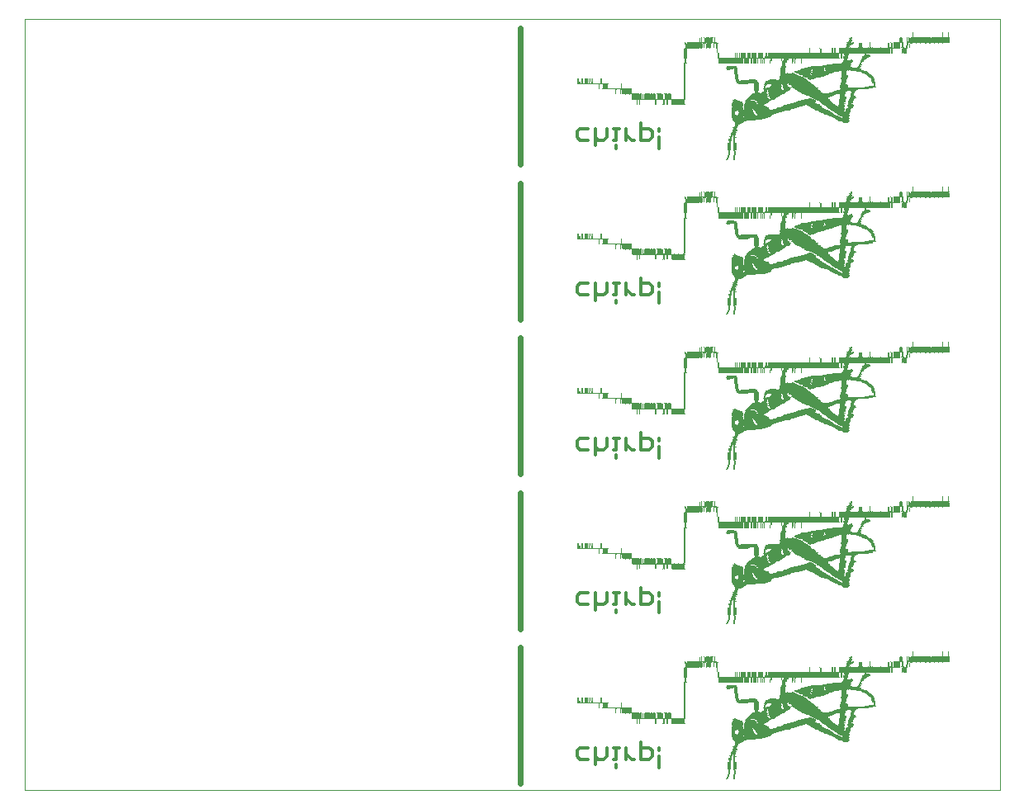
<source format=gbo>
G75*
G70*
%OFA0B0*%
%FSLAX24Y24*%
%IPPOS*%
%LPD*%
%AMOC8*
5,1,8,0,0,1.08239X$1,22.5*
%
%ADD10C,0.0000*%
%ADD11C,0.0240*%
%ADD12R,0.0029X0.0029*%
%ADD13R,0.0145X0.0029*%
%ADD14R,0.0116X0.0029*%
%ADD15R,0.0058X0.0029*%
%ADD16R,0.0087X0.0029*%
%ADD17R,0.0812X0.0029*%
%ADD18R,0.0725X0.0029*%
%ADD19R,0.0348X0.0029*%
%ADD20R,0.1566X0.0029*%
%ADD21R,0.1653X0.0029*%
%ADD22R,0.1711X0.0029*%
%ADD23R,0.1218X0.0029*%
%ADD24R,0.0203X0.0029*%
%ADD25R,0.0377X0.0029*%
%ADD26R,0.1740X0.0029*%
%ADD27R,0.0580X0.0029*%
%ADD28R,0.0174X0.0029*%
%ADD29R,0.0290X0.0029*%
%ADD30R,0.0087X0.0029*%
%ADD31R,0.0058X0.0029*%
%ADD32R,0.0261X0.0029*%
%ADD33R,0.0667X0.0029*%
%ADD34R,0.2436X0.0029*%
%ADD35R,0.0232X0.0029*%
%ADD36R,0.2059X0.0029*%
%ADD37R,0.0174X0.0029*%
%ADD38R,0.3770X0.0029*%
%ADD39R,0.1131X0.0029*%
%ADD40R,0.2871X0.0029*%
%ADD41R,0.0319X0.0029*%
%ADD42R,0.0261X0.0029*%
%ADD43R,0.4930X0.0029*%
%ADD44R,0.1015X0.0029*%
%ADD45R,0.0377X0.0029*%
%ADD46R,0.0406X0.0029*%
%ADD47R,0.0754X0.0029*%
%ADD48R,0.0986X0.0029*%
%ADD49R,0.1160X0.0029*%
%ADD50R,0.1392X0.0029*%
%ADD51R,0.1624X0.0029*%
%ADD52R,0.1798X0.0029*%
%ADD53R,0.0435X0.0029*%
%ADD54R,0.1421X0.0029*%
%ADD55R,0.0464X0.0029*%
%ADD56R,0.1450X0.0029*%
%ADD57R,0.0493X0.0029*%
%ADD58R,0.1479X0.0029*%
%ADD59R,0.0551X0.0029*%
%ADD60R,0.0899X0.0029*%
%ADD61R,0.0551X0.0029*%
%ADD62R,0.0464X0.0029*%
%ADD63R,0.0696X0.0029*%
%ADD64R,0.0638X0.0029*%
%ADD65R,0.0870X0.0029*%
%ADD66R,0.0841X0.0029*%
%ADD67R,0.0841X0.0029*%
%ADD68R,0.0928X0.0029*%
%ADD69R,0.0667X0.0029*%
%ADD70R,0.0957X0.0029*%
%ADD71R,0.1073X0.0029*%
%ADD72R,0.1131X0.0029*%
%ADD73R,0.1711X0.0029*%
%ADD74R,0.1856X0.0029*%
%ADD75R,0.1885X0.0029*%
%ADD76R,0.1247X0.0029*%
%ADD77R,0.0522X0.0029*%
%ADD78R,0.1305X0.0029*%
%ADD79R,0.1189X0.0029*%
%ADD80R,0.0928X0.0029*%
%ADD81R,0.0783X0.0029*%
%ADD82R,0.0609X0.0029*%
%ADD83R,0.1102X0.0029*%
%ADD84R,0.2117X0.0029*%
%ADD85R,0.1044X0.0029*%
%ADD86R,0.0754X0.0029*%
%ADD87R,0.1334X0.0029*%
%ADD88R,0.1044X0.0029*%
%ADD89R,0.0348X0.0029*%
%ADD90C,0.0120*%
D10*
X000151Y001048D02*
X000151Y032169D01*
X039521Y032169D01*
X039521Y001048D01*
X000151Y001048D01*
D11*
X020151Y001298D02*
X020151Y006798D01*
X020151Y007548D02*
X020151Y013048D01*
X020151Y013798D02*
X020151Y019298D01*
X020151Y020048D02*
X020151Y025548D01*
X020151Y026298D02*
X020151Y031798D01*
D12*
X022974Y029731D03*
X022974Y029702D03*
X022974Y029673D03*
X022974Y029644D03*
X022974Y029615D03*
X022974Y029586D03*
X022974Y029557D03*
X023032Y029644D03*
X023032Y029673D03*
X023032Y029702D03*
X023032Y029731D03*
X023090Y029731D03*
X023090Y029702D03*
X023090Y029673D03*
X023090Y029644D03*
X023351Y029499D03*
X023351Y029470D03*
X023351Y029441D03*
X023351Y029412D03*
X023351Y029383D03*
X023351Y029354D03*
X023351Y029325D03*
X024018Y029267D03*
X024018Y029238D03*
X024018Y029209D03*
X024018Y029180D03*
X024018Y029151D03*
X024018Y029122D03*
X024221Y029122D03*
X024221Y029151D03*
X024221Y029180D03*
X024221Y029209D03*
X024221Y029238D03*
X024221Y029267D03*
X024250Y029354D03*
X024250Y029383D03*
X024250Y029412D03*
X024250Y029441D03*
X024250Y029470D03*
X024250Y029499D03*
X024250Y029528D03*
X024424Y029093D03*
X024598Y029093D03*
X024888Y028861D03*
X024888Y028832D03*
X024888Y028803D03*
X024888Y028774D03*
X024888Y028745D03*
X024888Y028716D03*
X024888Y028687D03*
X025004Y028716D03*
X025004Y028745D03*
X025004Y028774D03*
X025004Y028803D03*
X025004Y028832D03*
X025004Y028861D03*
X025120Y028948D03*
X025120Y028977D03*
X025120Y029006D03*
X025120Y029035D03*
X025120Y029064D03*
X025120Y029093D03*
X025932Y029093D03*
X025932Y029064D03*
X025932Y029035D03*
X025932Y029006D03*
X025932Y028977D03*
X025932Y028948D03*
X025932Y028687D03*
X025990Y028687D03*
X026396Y028919D03*
X026570Y028919D03*
X026222Y029122D03*
X028136Y030804D03*
X028136Y030833D03*
X028136Y030862D03*
X028136Y030891D03*
X028136Y030920D03*
X028136Y030949D03*
X027991Y031007D03*
X027991Y031036D03*
X027991Y031065D03*
X027991Y031094D03*
X027991Y031123D03*
X027991Y031152D03*
X028020Y031239D03*
X028020Y031268D03*
X028020Y031297D03*
X028020Y031326D03*
X028020Y031355D03*
X028020Y031384D03*
X028020Y031413D03*
X027614Y031413D03*
X027498Y031413D03*
X027498Y031384D03*
X027498Y031355D03*
X027498Y031326D03*
X027498Y031297D03*
X027498Y031268D03*
X027498Y031239D03*
X027440Y031239D03*
X027440Y031268D03*
X027440Y031297D03*
X027440Y031326D03*
X027440Y031355D03*
X027440Y031384D03*
X027527Y031152D03*
X027527Y031123D03*
X027527Y031094D03*
X027527Y031065D03*
X027527Y031036D03*
X027527Y031007D03*
X027585Y031007D03*
X027585Y031036D03*
X027585Y031065D03*
X027585Y031094D03*
X027585Y031123D03*
X027585Y031152D03*
X027701Y030978D03*
X027846Y030978D03*
X028861Y030775D03*
X028861Y030746D03*
X028861Y030717D03*
X028861Y030688D03*
X028861Y030659D03*
X028861Y030630D03*
X028861Y030601D03*
X028948Y030601D03*
X028948Y030630D03*
X028948Y030659D03*
X028948Y030688D03*
X028948Y030717D03*
X028948Y030746D03*
X028948Y030775D03*
X029035Y030775D03*
X029035Y030746D03*
X029035Y030717D03*
X029035Y030688D03*
X029035Y030659D03*
X029035Y030630D03*
X029035Y030601D03*
X029760Y030543D03*
X029760Y030514D03*
X029760Y030485D03*
X029760Y030456D03*
X029760Y030427D03*
X029760Y030398D03*
X029760Y030369D03*
X029905Y030369D03*
X029905Y030398D03*
X029905Y030427D03*
X029905Y030456D03*
X029905Y030485D03*
X029905Y030514D03*
X029905Y030543D03*
X029963Y030514D03*
X029963Y030485D03*
X029963Y030456D03*
X029963Y030427D03*
X029963Y030398D03*
X029963Y030369D03*
X030021Y030369D03*
X030021Y030398D03*
X030021Y030427D03*
X030021Y030456D03*
X030021Y030485D03*
X030021Y030514D03*
X030282Y030456D03*
X030282Y030427D03*
X030282Y030398D03*
X030282Y030369D03*
X030746Y030456D03*
X030746Y030485D03*
X030746Y030514D03*
X030746Y030543D03*
X031181Y030398D03*
X031181Y030369D03*
X031268Y030369D03*
X031268Y030398D03*
X031268Y030427D03*
X031268Y030456D03*
X031268Y030485D03*
X031268Y030514D03*
X031529Y030514D03*
X031529Y030485D03*
X031529Y030456D03*
X031529Y030427D03*
X031529Y030398D03*
X031529Y030369D03*
X031529Y030543D03*
X031877Y030804D03*
X031877Y030833D03*
X031877Y030862D03*
X031877Y030891D03*
X031877Y030920D03*
X031877Y030949D03*
X031877Y030978D03*
X032283Y030978D03*
X033124Y030746D03*
X033124Y030717D03*
X033124Y030688D03*
X033124Y030659D03*
X033124Y030630D03*
X033124Y030601D03*
X033124Y030572D03*
X033182Y030572D03*
X033182Y030601D03*
X033182Y030630D03*
X033182Y030659D03*
X033182Y030688D03*
X033182Y030717D03*
X033182Y030746D03*
X033501Y031007D03*
X034226Y031007D03*
X034284Y031036D03*
X034284Y031065D03*
X034284Y031094D03*
X034284Y031123D03*
X034284Y031152D03*
X034284Y031181D03*
X034284Y031210D03*
X034400Y031007D03*
X034748Y031007D03*
X035125Y031210D03*
X035589Y030775D03*
X035908Y031007D03*
X035908Y031036D03*
X035908Y031065D03*
X035908Y031094D03*
X035908Y031123D03*
X035908Y031152D03*
X035995Y031181D03*
X036169Y031181D03*
X036343Y031181D03*
X036024Y031442D03*
X036024Y031471D03*
X036024Y031500D03*
X036024Y031529D03*
X036024Y031558D03*
X036024Y031587D03*
X036024Y031616D03*
X035850Y031413D03*
X035792Y031413D03*
X035792Y031384D03*
X035792Y031355D03*
X035792Y031326D03*
X035792Y031297D03*
X035792Y031268D03*
X036894Y031181D03*
X037068Y031181D03*
X037242Y031181D03*
X037242Y031442D03*
X037242Y031471D03*
X037242Y031500D03*
X037242Y031529D03*
X037242Y031558D03*
X037242Y031587D03*
X037242Y031616D03*
X037474Y031616D03*
X037474Y031587D03*
X037474Y031558D03*
X037474Y031529D03*
X037474Y031500D03*
X037474Y031471D03*
X037474Y031442D03*
X033443Y030079D03*
X030978Y029963D03*
X029847Y029180D03*
X028832Y028919D03*
X026831Y031210D03*
X027498Y025163D03*
X027498Y025134D03*
X027498Y025105D03*
X027498Y025076D03*
X027498Y025047D03*
X027498Y025018D03*
X027498Y024989D03*
X027440Y024989D03*
X027440Y025018D03*
X027440Y025047D03*
X027440Y025076D03*
X027440Y025105D03*
X027440Y025134D03*
X027614Y025163D03*
X027585Y024902D03*
X027585Y024873D03*
X027585Y024844D03*
X027585Y024815D03*
X027585Y024786D03*
X027585Y024757D03*
X027527Y024757D03*
X027527Y024786D03*
X027527Y024815D03*
X027527Y024844D03*
X027527Y024873D03*
X027527Y024902D03*
X027701Y024728D03*
X027846Y024728D03*
X027991Y024757D03*
X027991Y024786D03*
X027991Y024815D03*
X027991Y024844D03*
X027991Y024873D03*
X027991Y024902D03*
X028020Y024989D03*
X028020Y025018D03*
X028020Y025047D03*
X028020Y025076D03*
X028020Y025105D03*
X028020Y025134D03*
X028020Y025163D03*
X028136Y024699D03*
X028136Y024670D03*
X028136Y024641D03*
X028136Y024612D03*
X028136Y024583D03*
X028136Y024554D03*
X028861Y024525D03*
X028861Y024496D03*
X028861Y024467D03*
X028861Y024438D03*
X028861Y024409D03*
X028861Y024380D03*
X028861Y024351D03*
X028948Y024351D03*
X028948Y024380D03*
X028948Y024409D03*
X028948Y024438D03*
X028948Y024467D03*
X028948Y024496D03*
X028948Y024525D03*
X029035Y024525D03*
X029035Y024496D03*
X029035Y024467D03*
X029035Y024438D03*
X029035Y024409D03*
X029035Y024380D03*
X029035Y024351D03*
X029760Y024293D03*
X029760Y024264D03*
X029760Y024235D03*
X029760Y024206D03*
X029760Y024177D03*
X029760Y024148D03*
X029760Y024119D03*
X029905Y024119D03*
X029905Y024148D03*
X029905Y024177D03*
X029905Y024206D03*
X029905Y024235D03*
X029905Y024264D03*
X029905Y024293D03*
X029963Y024264D03*
X029963Y024235D03*
X029963Y024206D03*
X029963Y024177D03*
X029963Y024148D03*
X029963Y024119D03*
X030021Y024119D03*
X030021Y024148D03*
X030021Y024177D03*
X030021Y024206D03*
X030021Y024235D03*
X030021Y024264D03*
X030282Y024206D03*
X030282Y024177D03*
X030282Y024148D03*
X030282Y024119D03*
X030746Y024206D03*
X030746Y024235D03*
X030746Y024264D03*
X030746Y024293D03*
X031181Y024148D03*
X031181Y024119D03*
X031268Y024119D03*
X031268Y024148D03*
X031268Y024177D03*
X031268Y024206D03*
X031268Y024235D03*
X031268Y024264D03*
X031529Y024264D03*
X031529Y024235D03*
X031529Y024206D03*
X031529Y024177D03*
X031529Y024148D03*
X031529Y024119D03*
X031529Y024293D03*
X031877Y024554D03*
X031877Y024583D03*
X031877Y024612D03*
X031877Y024641D03*
X031877Y024670D03*
X031877Y024699D03*
X031877Y024728D03*
X032283Y024728D03*
X033124Y024496D03*
X033124Y024467D03*
X033124Y024438D03*
X033124Y024409D03*
X033124Y024380D03*
X033124Y024351D03*
X033124Y024322D03*
X033182Y024322D03*
X033182Y024351D03*
X033182Y024380D03*
X033182Y024409D03*
X033182Y024438D03*
X033182Y024467D03*
X033182Y024496D03*
X033501Y024757D03*
X034226Y024757D03*
X034284Y024786D03*
X034284Y024815D03*
X034284Y024844D03*
X034284Y024873D03*
X034284Y024902D03*
X034284Y024931D03*
X034284Y024960D03*
X034400Y024757D03*
X034748Y024757D03*
X035125Y024960D03*
X035589Y024525D03*
X035908Y024757D03*
X035908Y024786D03*
X035908Y024815D03*
X035908Y024844D03*
X035908Y024873D03*
X035908Y024902D03*
X035995Y024931D03*
X036169Y024931D03*
X036343Y024931D03*
X036024Y025192D03*
X036024Y025221D03*
X036024Y025250D03*
X036024Y025279D03*
X036024Y025308D03*
X036024Y025337D03*
X036024Y025366D03*
X035850Y025163D03*
X035792Y025163D03*
X035792Y025134D03*
X035792Y025105D03*
X035792Y025076D03*
X035792Y025047D03*
X035792Y025018D03*
X036894Y024931D03*
X037068Y024931D03*
X037242Y024931D03*
X037242Y025192D03*
X037242Y025221D03*
X037242Y025250D03*
X037242Y025279D03*
X037242Y025308D03*
X037242Y025337D03*
X037242Y025366D03*
X037474Y025366D03*
X037474Y025337D03*
X037474Y025308D03*
X037474Y025279D03*
X037474Y025250D03*
X037474Y025221D03*
X037474Y025192D03*
X033443Y023829D03*
X030978Y023713D03*
X029847Y022930D03*
X028832Y022669D03*
X026570Y022669D03*
X026396Y022669D03*
X026222Y022872D03*
X025932Y022843D03*
X025932Y022814D03*
X025932Y022785D03*
X025932Y022756D03*
X025932Y022727D03*
X025932Y022698D03*
X025932Y022437D03*
X025990Y022437D03*
X025120Y022698D03*
X025120Y022727D03*
X025120Y022756D03*
X025120Y022785D03*
X025120Y022814D03*
X025120Y022843D03*
X025004Y022611D03*
X025004Y022582D03*
X025004Y022553D03*
X025004Y022524D03*
X025004Y022495D03*
X025004Y022466D03*
X024888Y022466D03*
X024888Y022437D03*
X024888Y022495D03*
X024888Y022524D03*
X024888Y022553D03*
X024888Y022582D03*
X024888Y022611D03*
X024598Y022843D03*
X024424Y022843D03*
X024221Y022872D03*
X024221Y022901D03*
X024221Y022930D03*
X024221Y022959D03*
X024221Y022988D03*
X024221Y023017D03*
X024250Y023104D03*
X024250Y023133D03*
X024250Y023162D03*
X024250Y023191D03*
X024250Y023220D03*
X024250Y023249D03*
X024250Y023278D03*
X024018Y023017D03*
X024018Y022988D03*
X024018Y022959D03*
X024018Y022930D03*
X024018Y022901D03*
X024018Y022872D03*
X023351Y023075D03*
X023351Y023104D03*
X023351Y023133D03*
X023351Y023162D03*
X023351Y023191D03*
X023351Y023220D03*
X023351Y023249D03*
X023090Y023394D03*
X023090Y023423D03*
X023090Y023452D03*
X023090Y023481D03*
X023032Y023481D03*
X023032Y023452D03*
X023032Y023423D03*
X023032Y023394D03*
X022974Y023394D03*
X022974Y023365D03*
X022974Y023336D03*
X022974Y023307D03*
X022974Y023423D03*
X022974Y023452D03*
X022974Y023481D03*
X026831Y024960D03*
X027498Y018913D03*
X027498Y018884D03*
X027498Y018855D03*
X027498Y018826D03*
X027498Y018797D03*
X027498Y018768D03*
X027498Y018739D03*
X027440Y018739D03*
X027440Y018768D03*
X027440Y018797D03*
X027440Y018826D03*
X027440Y018855D03*
X027440Y018884D03*
X027614Y018913D03*
X027585Y018652D03*
X027585Y018623D03*
X027585Y018594D03*
X027585Y018565D03*
X027585Y018536D03*
X027585Y018507D03*
X027527Y018507D03*
X027527Y018536D03*
X027527Y018565D03*
X027527Y018594D03*
X027527Y018623D03*
X027527Y018652D03*
X027701Y018478D03*
X027846Y018478D03*
X027991Y018507D03*
X027991Y018536D03*
X027991Y018565D03*
X027991Y018594D03*
X027991Y018623D03*
X027991Y018652D03*
X028020Y018739D03*
X028020Y018768D03*
X028020Y018797D03*
X028020Y018826D03*
X028020Y018855D03*
X028020Y018884D03*
X028020Y018913D03*
X028136Y018449D03*
X028136Y018420D03*
X028136Y018391D03*
X028136Y018362D03*
X028136Y018333D03*
X028136Y018304D03*
X028861Y018275D03*
X028861Y018246D03*
X028861Y018217D03*
X028861Y018188D03*
X028861Y018159D03*
X028861Y018130D03*
X028861Y018101D03*
X028948Y018101D03*
X028948Y018130D03*
X028948Y018159D03*
X028948Y018188D03*
X028948Y018217D03*
X028948Y018246D03*
X028948Y018275D03*
X029035Y018275D03*
X029035Y018246D03*
X029035Y018217D03*
X029035Y018188D03*
X029035Y018159D03*
X029035Y018130D03*
X029035Y018101D03*
X029760Y018043D03*
X029760Y018014D03*
X029760Y017985D03*
X029760Y017956D03*
X029760Y017927D03*
X029760Y017898D03*
X029760Y017869D03*
X029905Y017869D03*
X029905Y017898D03*
X029905Y017927D03*
X029905Y017956D03*
X029905Y017985D03*
X029905Y018014D03*
X029905Y018043D03*
X029963Y018014D03*
X029963Y017985D03*
X029963Y017956D03*
X029963Y017927D03*
X029963Y017898D03*
X029963Y017869D03*
X030021Y017869D03*
X030021Y017898D03*
X030021Y017927D03*
X030021Y017956D03*
X030021Y017985D03*
X030021Y018014D03*
X030282Y017956D03*
X030282Y017927D03*
X030282Y017898D03*
X030282Y017869D03*
X030746Y017956D03*
X030746Y017985D03*
X030746Y018014D03*
X030746Y018043D03*
X031181Y017898D03*
X031181Y017869D03*
X031268Y017869D03*
X031268Y017898D03*
X031268Y017927D03*
X031268Y017956D03*
X031268Y017985D03*
X031268Y018014D03*
X031529Y018014D03*
X031529Y017985D03*
X031529Y017956D03*
X031529Y017927D03*
X031529Y017898D03*
X031529Y017869D03*
X031529Y018043D03*
X031877Y018304D03*
X031877Y018333D03*
X031877Y018362D03*
X031877Y018391D03*
X031877Y018420D03*
X031877Y018449D03*
X031877Y018478D03*
X032283Y018478D03*
X033124Y018246D03*
X033124Y018217D03*
X033124Y018188D03*
X033124Y018159D03*
X033124Y018130D03*
X033124Y018101D03*
X033124Y018072D03*
X033182Y018072D03*
X033182Y018101D03*
X033182Y018130D03*
X033182Y018159D03*
X033182Y018188D03*
X033182Y018217D03*
X033182Y018246D03*
X033501Y018507D03*
X034226Y018507D03*
X034284Y018536D03*
X034284Y018565D03*
X034284Y018594D03*
X034284Y018623D03*
X034284Y018652D03*
X034284Y018681D03*
X034284Y018710D03*
X034400Y018507D03*
X034748Y018507D03*
X035125Y018710D03*
X035589Y018275D03*
X035908Y018507D03*
X035908Y018536D03*
X035908Y018565D03*
X035908Y018594D03*
X035908Y018623D03*
X035908Y018652D03*
X035995Y018681D03*
X036169Y018681D03*
X036343Y018681D03*
X036024Y018942D03*
X036024Y018971D03*
X036024Y019000D03*
X036024Y019029D03*
X036024Y019058D03*
X036024Y019087D03*
X036024Y019116D03*
X035850Y018913D03*
X035792Y018913D03*
X035792Y018884D03*
X035792Y018855D03*
X035792Y018826D03*
X035792Y018797D03*
X035792Y018768D03*
X036894Y018681D03*
X037068Y018681D03*
X037242Y018681D03*
X037242Y018942D03*
X037242Y018971D03*
X037242Y019000D03*
X037242Y019029D03*
X037242Y019058D03*
X037242Y019087D03*
X037242Y019116D03*
X037474Y019116D03*
X037474Y019087D03*
X037474Y019058D03*
X037474Y019029D03*
X037474Y019000D03*
X037474Y018971D03*
X037474Y018942D03*
X033443Y017579D03*
X030978Y017463D03*
X029847Y016680D03*
X028832Y016419D03*
X026570Y016419D03*
X026396Y016419D03*
X026222Y016622D03*
X025932Y016593D03*
X025932Y016564D03*
X025932Y016535D03*
X025932Y016506D03*
X025932Y016477D03*
X025932Y016448D03*
X025932Y016187D03*
X025990Y016187D03*
X025120Y016448D03*
X025120Y016477D03*
X025120Y016506D03*
X025120Y016535D03*
X025120Y016564D03*
X025120Y016593D03*
X025004Y016361D03*
X025004Y016332D03*
X025004Y016303D03*
X025004Y016274D03*
X025004Y016245D03*
X025004Y016216D03*
X024888Y016216D03*
X024888Y016187D03*
X024888Y016245D03*
X024888Y016274D03*
X024888Y016303D03*
X024888Y016332D03*
X024888Y016361D03*
X024598Y016593D03*
X024424Y016593D03*
X024221Y016622D03*
X024221Y016651D03*
X024221Y016680D03*
X024221Y016709D03*
X024221Y016738D03*
X024221Y016767D03*
X024250Y016854D03*
X024250Y016883D03*
X024250Y016912D03*
X024250Y016941D03*
X024250Y016970D03*
X024250Y016999D03*
X024250Y017028D03*
X024018Y016767D03*
X024018Y016738D03*
X024018Y016709D03*
X024018Y016680D03*
X024018Y016651D03*
X024018Y016622D03*
X023351Y016825D03*
X023351Y016854D03*
X023351Y016883D03*
X023351Y016912D03*
X023351Y016941D03*
X023351Y016970D03*
X023351Y016999D03*
X023090Y017144D03*
X023090Y017173D03*
X023090Y017202D03*
X023090Y017231D03*
X023032Y017231D03*
X023032Y017202D03*
X023032Y017173D03*
X023032Y017144D03*
X022974Y017144D03*
X022974Y017115D03*
X022974Y017086D03*
X022974Y017057D03*
X022974Y017173D03*
X022974Y017202D03*
X022974Y017231D03*
X026831Y018710D03*
X027498Y012663D03*
X027498Y012634D03*
X027498Y012605D03*
X027498Y012576D03*
X027498Y012547D03*
X027498Y012518D03*
X027498Y012489D03*
X027440Y012489D03*
X027440Y012518D03*
X027440Y012547D03*
X027440Y012576D03*
X027440Y012605D03*
X027440Y012634D03*
X027614Y012663D03*
X027585Y012402D03*
X027585Y012373D03*
X027585Y012344D03*
X027585Y012315D03*
X027585Y012286D03*
X027585Y012257D03*
X027527Y012257D03*
X027527Y012286D03*
X027527Y012315D03*
X027527Y012344D03*
X027527Y012373D03*
X027527Y012402D03*
X027701Y012228D03*
X027846Y012228D03*
X027991Y012257D03*
X027991Y012286D03*
X027991Y012315D03*
X027991Y012344D03*
X027991Y012373D03*
X027991Y012402D03*
X028020Y012489D03*
X028020Y012518D03*
X028020Y012547D03*
X028020Y012576D03*
X028020Y012605D03*
X028020Y012634D03*
X028020Y012663D03*
X028136Y012199D03*
X028136Y012170D03*
X028136Y012141D03*
X028136Y012112D03*
X028136Y012083D03*
X028136Y012054D03*
X028861Y012025D03*
X028861Y011996D03*
X028861Y011967D03*
X028861Y011938D03*
X028861Y011909D03*
X028861Y011880D03*
X028861Y011851D03*
X028948Y011851D03*
X028948Y011880D03*
X028948Y011909D03*
X028948Y011938D03*
X028948Y011967D03*
X028948Y011996D03*
X028948Y012025D03*
X029035Y012025D03*
X029035Y011996D03*
X029035Y011967D03*
X029035Y011938D03*
X029035Y011909D03*
X029035Y011880D03*
X029035Y011851D03*
X029760Y011793D03*
X029760Y011764D03*
X029760Y011735D03*
X029760Y011706D03*
X029760Y011677D03*
X029760Y011648D03*
X029760Y011619D03*
X029905Y011619D03*
X029905Y011648D03*
X029905Y011677D03*
X029905Y011706D03*
X029905Y011735D03*
X029905Y011764D03*
X029905Y011793D03*
X029963Y011764D03*
X029963Y011735D03*
X029963Y011706D03*
X029963Y011677D03*
X029963Y011648D03*
X029963Y011619D03*
X030021Y011619D03*
X030021Y011648D03*
X030021Y011677D03*
X030021Y011706D03*
X030021Y011735D03*
X030021Y011764D03*
X030282Y011706D03*
X030282Y011677D03*
X030282Y011648D03*
X030282Y011619D03*
X030746Y011706D03*
X030746Y011735D03*
X030746Y011764D03*
X030746Y011793D03*
X031181Y011648D03*
X031181Y011619D03*
X031268Y011619D03*
X031268Y011648D03*
X031268Y011677D03*
X031268Y011706D03*
X031268Y011735D03*
X031268Y011764D03*
X031529Y011764D03*
X031529Y011735D03*
X031529Y011706D03*
X031529Y011677D03*
X031529Y011648D03*
X031529Y011619D03*
X031529Y011793D03*
X031877Y012054D03*
X031877Y012083D03*
X031877Y012112D03*
X031877Y012141D03*
X031877Y012170D03*
X031877Y012199D03*
X031877Y012228D03*
X032283Y012228D03*
X033124Y011996D03*
X033124Y011967D03*
X033124Y011938D03*
X033124Y011909D03*
X033124Y011880D03*
X033124Y011851D03*
X033124Y011822D03*
X033182Y011822D03*
X033182Y011851D03*
X033182Y011880D03*
X033182Y011909D03*
X033182Y011938D03*
X033182Y011967D03*
X033182Y011996D03*
X033501Y012257D03*
X034226Y012257D03*
X034284Y012286D03*
X034284Y012315D03*
X034284Y012344D03*
X034284Y012373D03*
X034284Y012402D03*
X034284Y012431D03*
X034284Y012460D03*
X034400Y012257D03*
X034748Y012257D03*
X035125Y012460D03*
X035589Y012025D03*
X035908Y012257D03*
X035908Y012286D03*
X035908Y012315D03*
X035908Y012344D03*
X035908Y012373D03*
X035908Y012402D03*
X035995Y012431D03*
X036169Y012431D03*
X036343Y012431D03*
X036024Y012692D03*
X036024Y012721D03*
X036024Y012750D03*
X036024Y012779D03*
X036024Y012808D03*
X036024Y012837D03*
X036024Y012866D03*
X035850Y012663D03*
X035792Y012663D03*
X035792Y012634D03*
X035792Y012605D03*
X035792Y012576D03*
X035792Y012547D03*
X035792Y012518D03*
X036894Y012431D03*
X037068Y012431D03*
X037242Y012431D03*
X037242Y012692D03*
X037242Y012721D03*
X037242Y012750D03*
X037242Y012779D03*
X037242Y012808D03*
X037242Y012837D03*
X037242Y012866D03*
X037474Y012866D03*
X037474Y012837D03*
X037474Y012808D03*
X037474Y012779D03*
X037474Y012750D03*
X037474Y012721D03*
X037474Y012692D03*
X033443Y011329D03*
X030978Y011213D03*
X029847Y010430D03*
X028832Y010169D03*
X026570Y010169D03*
X026396Y010169D03*
X026222Y010372D03*
X025932Y010343D03*
X025932Y010314D03*
X025932Y010285D03*
X025932Y010256D03*
X025932Y010227D03*
X025932Y010198D03*
X025932Y009937D03*
X025990Y009937D03*
X025120Y010198D03*
X025120Y010227D03*
X025120Y010256D03*
X025120Y010285D03*
X025120Y010314D03*
X025120Y010343D03*
X025004Y010111D03*
X025004Y010082D03*
X025004Y010053D03*
X025004Y010024D03*
X025004Y009995D03*
X025004Y009966D03*
X024888Y009966D03*
X024888Y009937D03*
X024888Y009995D03*
X024888Y010024D03*
X024888Y010053D03*
X024888Y010082D03*
X024888Y010111D03*
X024598Y010343D03*
X024424Y010343D03*
X024221Y010372D03*
X024221Y010401D03*
X024221Y010430D03*
X024221Y010459D03*
X024221Y010488D03*
X024221Y010517D03*
X024250Y010604D03*
X024250Y010633D03*
X024250Y010662D03*
X024250Y010691D03*
X024250Y010720D03*
X024250Y010749D03*
X024250Y010778D03*
X024018Y010517D03*
X024018Y010488D03*
X024018Y010459D03*
X024018Y010430D03*
X024018Y010401D03*
X024018Y010372D03*
X023351Y010575D03*
X023351Y010604D03*
X023351Y010633D03*
X023351Y010662D03*
X023351Y010691D03*
X023351Y010720D03*
X023351Y010749D03*
X023090Y010894D03*
X023090Y010923D03*
X023090Y010952D03*
X023090Y010981D03*
X023032Y010981D03*
X023032Y010952D03*
X023032Y010923D03*
X023032Y010894D03*
X022974Y010894D03*
X022974Y010865D03*
X022974Y010836D03*
X022974Y010807D03*
X022974Y010923D03*
X022974Y010952D03*
X022974Y010981D03*
X026831Y012460D03*
X027498Y006413D03*
X027498Y006384D03*
X027498Y006355D03*
X027498Y006326D03*
X027498Y006297D03*
X027498Y006268D03*
X027498Y006239D03*
X027440Y006239D03*
X027440Y006268D03*
X027440Y006297D03*
X027440Y006326D03*
X027440Y006355D03*
X027440Y006384D03*
X027614Y006413D03*
X027585Y006152D03*
X027585Y006123D03*
X027585Y006094D03*
X027585Y006065D03*
X027585Y006036D03*
X027585Y006007D03*
X027527Y006007D03*
X027527Y006036D03*
X027527Y006065D03*
X027527Y006094D03*
X027527Y006123D03*
X027527Y006152D03*
X027701Y005978D03*
X027846Y005978D03*
X027991Y006007D03*
X027991Y006036D03*
X027991Y006065D03*
X027991Y006094D03*
X027991Y006123D03*
X027991Y006152D03*
X028020Y006239D03*
X028020Y006268D03*
X028020Y006297D03*
X028020Y006326D03*
X028020Y006355D03*
X028020Y006384D03*
X028020Y006413D03*
X028136Y005949D03*
X028136Y005920D03*
X028136Y005891D03*
X028136Y005862D03*
X028136Y005833D03*
X028136Y005804D03*
X028861Y005775D03*
X028861Y005746D03*
X028861Y005717D03*
X028861Y005688D03*
X028861Y005659D03*
X028861Y005630D03*
X028861Y005601D03*
X028948Y005601D03*
X028948Y005630D03*
X028948Y005659D03*
X028948Y005688D03*
X028948Y005717D03*
X028948Y005746D03*
X028948Y005775D03*
X029035Y005775D03*
X029035Y005746D03*
X029035Y005717D03*
X029035Y005688D03*
X029035Y005659D03*
X029035Y005630D03*
X029035Y005601D03*
X029760Y005543D03*
X029760Y005514D03*
X029760Y005485D03*
X029760Y005456D03*
X029760Y005427D03*
X029760Y005398D03*
X029760Y005369D03*
X029905Y005369D03*
X029905Y005398D03*
X029905Y005427D03*
X029905Y005456D03*
X029905Y005485D03*
X029905Y005514D03*
X029905Y005543D03*
X029963Y005514D03*
X029963Y005485D03*
X029963Y005456D03*
X029963Y005427D03*
X029963Y005398D03*
X029963Y005369D03*
X030021Y005369D03*
X030021Y005398D03*
X030021Y005427D03*
X030021Y005456D03*
X030021Y005485D03*
X030021Y005514D03*
X030282Y005456D03*
X030282Y005427D03*
X030282Y005398D03*
X030282Y005369D03*
X030746Y005456D03*
X030746Y005485D03*
X030746Y005514D03*
X030746Y005543D03*
X031181Y005398D03*
X031181Y005369D03*
X031268Y005369D03*
X031268Y005398D03*
X031268Y005427D03*
X031268Y005456D03*
X031268Y005485D03*
X031268Y005514D03*
X031529Y005514D03*
X031529Y005485D03*
X031529Y005456D03*
X031529Y005427D03*
X031529Y005398D03*
X031529Y005369D03*
X031529Y005543D03*
X031877Y005804D03*
X031877Y005833D03*
X031877Y005862D03*
X031877Y005891D03*
X031877Y005920D03*
X031877Y005949D03*
X031877Y005978D03*
X032283Y005978D03*
X033124Y005746D03*
X033124Y005717D03*
X033124Y005688D03*
X033124Y005659D03*
X033124Y005630D03*
X033124Y005601D03*
X033124Y005572D03*
X033182Y005572D03*
X033182Y005601D03*
X033182Y005630D03*
X033182Y005659D03*
X033182Y005688D03*
X033182Y005717D03*
X033182Y005746D03*
X033501Y006007D03*
X034226Y006007D03*
X034284Y006036D03*
X034284Y006065D03*
X034284Y006094D03*
X034284Y006123D03*
X034284Y006152D03*
X034284Y006181D03*
X034284Y006210D03*
X034400Y006007D03*
X034748Y006007D03*
X035125Y006210D03*
X035589Y005775D03*
X035908Y006007D03*
X035908Y006036D03*
X035908Y006065D03*
X035908Y006094D03*
X035908Y006123D03*
X035908Y006152D03*
X035995Y006181D03*
X036169Y006181D03*
X036343Y006181D03*
X036024Y006442D03*
X036024Y006471D03*
X036024Y006500D03*
X036024Y006529D03*
X036024Y006558D03*
X036024Y006587D03*
X036024Y006616D03*
X035850Y006413D03*
X035792Y006413D03*
X035792Y006384D03*
X035792Y006355D03*
X035792Y006326D03*
X035792Y006297D03*
X035792Y006268D03*
X036894Y006181D03*
X037068Y006181D03*
X037242Y006181D03*
X037242Y006442D03*
X037242Y006471D03*
X037242Y006500D03*
X037242Y006529D03*
X037242Y006558D03*
X037242Y006587D03*
X037242Y006616D03*
X037474Y006616D03*
X037474Y006587D03*
X037474Y006558D03*
X037474Y006529D03*
X037474Y006500D03*
X037474Y006471D03*
X037474Y006442D03*
X033443Y005079D03*
X030978Y004963D03*
X029847Y004180D03*
X028832Y003919D03*
X026570Y003919D03*
X026396Y003919D03*
X026222Y004122D03*
X025932Y004093D03*
X025932Y004064D03*
X025932Y004035D03*
X025932Y004006D03*
X025932Y003977D03*
X025932Y003948D03*
X025932Y003687D03*
X025990Y003687D03*
X025120Y003948D03*
X025120Y003977D03*
X025120Y004006D03*
X025120Y004035D03*
X025120Y004064D03*
X025120Y004093D03*
X025004Y003861D03*
X025004Y003832D03*
X025004Y003803D03*
X025004Y003774D03*
X025004Y003745D03*
X025004Y003716D03*
X024888Y003716D03*
X024888Y003687D03*
X024888Y003745D03*
X024888Y003774D03*
X024888Y003803D03*
X024888Y003832D03*
X024888Y003861D03*
X024598Y004093D03*
X024424Y004093D03*
X024221Y004122D03*
X024221Y004151D03*
X024221Y004180D03*
X024221Y004209D03*
X024221Y004238D03*
X024221Y004267D03*
X024250Y004354D03*
X024250Y004383D03*
X024250Y004412D03*
X024250Y004441D03*
X024250Y004470D03*
X024250Y004499D03*
X024250Y004528D03*
X024018Y004267D03*
X024018Y004238D03*
X024018Y004209D03*
X024018Y004180D03*
X024018Y004151D03*
X024018Y004122D03*
X023351Y004325D03*
X023351Y004354D03*
X023351Y004383D03*
X023351Y004412D03*
X023351Y004441D03*
X023351Y004470D03*
X023351Y004499D03*
X023090Y004644D03*
X023090Y004673D03*
X023090Y004702D03*
X023090Y004731D03*
X023032Y004731D03*
X023032Y004702D03*
X023032Y004673D03*
X023032Y004644D03*
X022974Y004644D03*
X022974Y004615D03*
X022974Y004586D03*
X022974Y004557D03*
X022974Y004673D03*
X022974Y004702D03*
X022974Y004731D03*
X026831Y006210D03*
D13*
X027585Y006181D03*
X027730Y006413D03*
X028571Y005108D03*
X028890Y004905D03*
X029702Y004238D03*
X029702Y004209D03*
X030050Y004238D03*
X030050Y004267D03*
X030079Y004499D03*
X030804Y005253D03*
X030804Y005282D03*
X030804Y005311D03*
X030804Y005340D03*
X030804Y005369D03*
X030862Y005485D03*
X031877Y003948D03*
X033472Y003745D03*
X033472Y003716D03*
X033559Y004064D03*
X033559Y004093D03*
X033559Y004122D03*
X033588Y004180D03*
X033588Y004209D03*
X034342Y004789D03*
X034371Y004760D03*
X033298Y005514D03*
X033298Y005543D03*
X033327Y005659D03*
X033385Y006036D03*
X033907Y006036D03*
X033907Y006065D03*
X033907Y006094D03*
X033907Y006123D03*
X033907Y006152D03*
X033907Y006181D03*
X033472Y009966D03*
X033472Y009995D03*
X033559Y010314D03*
X033559Y010343D03*
X033559Y010372D03*
X033588Y010430D03*
X033588Y010459D03*
X034342Y011039D03*
X034371Y011010D03*
X033298Y011764D03*
X033298Y011793D03*
X033327Y011909D03*
X033385Y012286D03*
X033907Y012286D03*
X033907Y012315D03*
X033907Y012344D03*
X033907Y012373D03*
X033907Y012402D03*
X033907Y012431D03*
X031877Y010198D03*
X030804Y011503D03*
X030804Y011532D03*
X030804Y011561D03*
X030804Y011590D03*
X030804Y011619D03*
X030862Y011735D03*
X030079Y010749D03*
X030050Y010517D03*
X030050Y010488D03*
X029702Y010488D03*
X029702Y010459D03*
X028890Y011155D03*
X028571Y011358D03*
X027585Y012431D03*
X027730Y012663D03*
X028774Y015056D03*
X028803Y015114D03*
X028832Y015201D03*
X028832Y015230D03*
X028861Y015288D03*
X028861Y015317D03*
X028890Y015346D03*
X028890Y015375D03*
X028774Y015810D03*
X028774Y015839D03*
X028774Y015868D03*
X028774Y015897D03*
X029064Y015868D03*
X029702Y016709D03*
X029702Y016738D03*
X030050Y016738D03*
X030050Y016767D03*
X030079Y016999D03*
X030804Y017753D03*
X030804Y017782D03*
X030804Y017811D03*
X030804Y017840D03*
X030804Y017869D03*
X030862Y017985D03*
X031877Y016448D03*
X033472Y016245D03*
X033472Y016216D03*
X033559Y016564D03*
X033559Y016593D03*
X033559Y016622D03*
X033588Y016680D03*
X033588Y016709D03*
X034342Y017289D03*
X034371Y017260D03*
X033298Y018014D03*
X033298Y018043D03*
X033327Y018159D03*
X033385Y018536D03*
X033907Y018536D03*
X033907Y018565D03*
X033907Y018594D03*
X033907Y018623D03*
X033907Y018652D03*
X033907Y018681D03*
X033472Y022466D03*
X033472Y022495D03*
X033559Y022814D03*
X033559Y022843D03*
X033559Y022872D03*
X033588Y022930D03*
X033588Y022959D03*
X034342Y023539D03*
X034371Y023510D03*
X033298Y024264D03*
X033298Y024293D03*
X033327Y024409D03*
X033385Y024786D03*
X033907Y024786D03*
X033907Y024815D03*
X033907Y024844D03*
X033907Y024873D03*
X033907Y024902D03*
X033907Y024931D03*
X031877Y022698D03*
X030804Y024003D03*
X030804Y024032D03*
X030804Y024061D03*
X030804Y024090D03*
X030804Y024119D03*
X030862Y024235D03*
X030079Y023249D03*
X030050Y023017D03*
X030050Y022988D03*
X029702Y022988D03*
X029702Y022959D03*
X029064Y022118D03*
X028774Y022118D03*
X028774Y022089D03*
X028774Y022060D03*
X028774Y022147D03*
X028890Y021625D03*
X028890Y021596D03*
X028861Y021567D03*
X028861Y021538D03*
X028832Y021480D03*
X028832Y021451D03*
X028803Y021364D03*
X028774Y021306D03*
X028890Y023655D03*
X028571Y023858D03*
X027585Y024931D03*
X027730Y025163D03*
X028774Y027556D03*
X028803Y027614D03*
X028832Y027701D03*
X028832Y027730D03*
X028861Y027788D03*
X028861Y027817D03*
X028890Y027846D03*
X028890Y027875D03*
X028774Y028310D03*
X028774Y028339D03*
X028774Y028368D03*
X028774Y028397D03*
X029064Y028368D03*
X029702Y029209D03*
X029702Y029238D03*
X030050Y029238D03*
X030050Y029267D03*
X030079Y029499D03*
X030804Y030253D03*
X030804Y030282D03*
X030804Y030311D03*
X030804Y030340D03*
X030804Y030369D03*
X030862Y030485D03*
X031877Y028948D03*
X033472Y028745D03*
X033472Y028716D03*
X033559Y029064D03*
X033559Y029093D03*
X033559Y029122D03*
X033588Y029180D03*
X033588Y029209D03*
X034342Y029789D03*
X034371Y029760D03*
X033298Y030514D03*
X033298Y030543D03*
X033327Y030659D03*
X033385Y031036D03*
X033907Y031036D03*
X033907Y031065D03*
X033907Y031094D03*
X033907Y031123D03*
X033907Y031152D03*
X033907Y031181D03*
X028890Y029905D03*
X028571Y030108D03*
X027585Y031181D03*
X027730Y031413D03*
X022829Y029731D03*
X022829Y029702D03*
X022829Y029673D03*
X022829Y029644D03*
X022829Y029615D03*
X022829Y029586D03*
X022829Y029557D03*
X022829Y023481D03*
X022829Y023452D03*
X022829Y023423D03*
X022829Y023394D03*
X022829Y023365D03*
X022829Y023336D03*
X022829Y023307D03*
X027730Y018913D03*
X027585Y018681D03*
X028571Y017608D03*
X028890Y017405D03*
X022829Y017231D03*
X022829Y017202D03*
X022829Y017173D03*
X022829Y017144D03*
X022829Y017115D03*
X022829Y017086D03*
X022829Y017057D03*
X022829Y010981D03*
X022829Y010952D03*
X022829Y010923D03*
X022829Y010894D03*
X022829Y010865D03*
X022829Y010836D03*
X022829Y010807D03*
X028774Y009647D03*
X028774Y009618D03*
X028774Y009589D03*
X028774Y009560D03*
X029064Y009618D03*
X028890Y009125D03*
X028890Y009096D03*
X028861Y009067D03*
X028861Y009038D03*
X028832Y008980D03*
X028832Y008951D03*
X028803Y008864D03*
X028774Y008806D03*
X022829Y004731D03*
X022829Y004702D03*
X022829Y004673D03*
X022829Y004644D03*
X022829Y004615D03*
X022829Y004586D03*
X022829Y004557D03*
X028774Y003397D03*
X028774Y003368D03*
X028774Y003339D03*
X028774Y003310D03*
X029064Y003368D03*
X028890Y002875D03*
X028890Y002846D03*
X028861Y002817D03*
X028861Y002788D03*
X028832Y002730D03*
X028832Y002701D03*
X028803Y002614D03*
X028774Y002556D03*
D14*
X028673Y002411D03*
X028644Y002295D03*
X028644Y002266D03*
X028644Y002237D03*
X028615Y002121D03*
X028615Y002092D03*
X028615Y002063D03*
X028615Y002034D03*
X028615Y002005D03*
X028615Y001976D03*
X028615Y001947D03*
X028615Y001918D03*
X028615Y001889D03*
X028615Y001860D03*
X028818Y001860D03*
X028818Y001889D03*
X028818Y001918D03*
X028818Y001947D03*
X028818Y001976D03*
X028818Y002005D03*
X028818Y002034D03*
X028818Y002063D03*
X028818Y002092D03*
X028818Y002121D03*
X028818Y002382D03*
X028934Y004673D03*
X028934Y004702D03*
X028905Y004731D03*
X028905Y004760D03*
X028905Y004789D03*
X028905Y004818D03*
X028905Y004847D03*
X028905Y004876D03*
X028876Y004934D03*
X028876Y004963D03*
X028876Y004992D03*
X028876Y005021D03*
X028876Y005050D03*
X028876Y005079D03*
X028876Y005108D03*
X028876Y005137D03*
X029398Y005601D03*
X029398Y005630D03*
X029398Y005659D03*
X029398Y005688D03*
X029398Y005717D03*
X029398Y005746D03*
X029398Y005775D03*
X029630Y005543D03*
X029630Y005514D03*
X029630Y005485D03*
X029630Y005456D03*
X029630Y005427D03*
X029630Y005398D03*
X029630Y005369D03*
X030094Y005601D03*
X030094Y005630D03*
X030848Y005456D03*
X033371Y006007D03*
X033400Y006065D03*
X033458Y006239D03*
X033487Y006268D03*
X033487Y006297D03*
X033516Y006355D03*
X033516Y005485D03*
X033893Y005311D03*
X033864Y005253D03*
X033864Y005224D03*
X033835Y005195D03*
X033951Y005427D03*
X033980Y005485D03*
X034009Y005514D03*
X034386Y004731D03*
X034415Y004702D03*
X034415Y004673D03*
X034415Y004644D03*
X034444Y004615D03*
X034444Y004586D03*
X033574Y004151D03*
X035691Y005775D03*
X035604Y006007D03*
X035517Y006239D03*
X035517Y006268D03*
X035517Y006297D03*
X035517Y006326D03*
X035517Y006355D03*
X035517Y006384D03*
X033574Y010401D03*
X034444Y010836D03*
X034444Y010865D03*
X034415Y010894D03*
X034415Y010923D03*
X034415Y010952D03*
X034386Y010981D03*
X033864Y011474D03*
X033864Y011503D03*
X033835Y011445D03*
X033893Y011561D03*
X033951Y011677D03*
X033980Y011735D03*
X034009Y011764D03*
X033516Y011735D03*
X033371Y012257D03*
X033400Y012315D03*
X033458Y012489D03*
X033487Y012518D03*
X033487Y012547D03*
X033516Y012605D03*
X035517Y012605D03*
X035517Y012576D03*
X035517Y012547D03*
X035517Y012518D03*
X035517Y012489D03*
X035517Y012634D03*
X035604Y012257D03*
X035691Y012025D03*
X030848Y011706D03*
X030094Y011851D03*
X030094Y011880D03*
X029630Y011793D03*
X029630Y011764D03*
X029630Y011735D03*
X029630Y011706D03*
X029630Y011677D03*
X029630Y011648D03*
X029630Y011619D03*
X029398Y011851D03*
X029398Y011880D03*
X029398Y011909D03*
X029398Y011938D03*
X029398Y011967D03*
X029398Y011996D03*
X029398Y012025D03*
X028876Y011387D03*
X028876Y011358D03*
X028876Y011329D03*
X028876Y011300D03*
X028876Y011271D03*
X028876Y011242D03*
X028876Y011213D03*
X028876Y011184D03*
X028905Y011126D03*
X028905Y011097D03*
X028905Y011068D03*
X028905Y011039D03*
X028905Y011010D03*
X028905Y010981D03*
X028934Y010952D03*
X028934Y010923D03*
X026817Y011619D03*
X026846Y011822D03*
X026846Y011851D03*
X026846Y011880D03*
X026846Y011909D03*
X026846Y011938D03*
X026846Y011967D03*
X026846Y011996D03*
X026846Y012025D03*
X026846Y012054D03*
X026846Y012083D03*
X026846Y012112D03*
X026846Y012141D03*
X026846Y012170D03*
X026846Y012199D03*
X027890Y012663D03*
X028615Y014360D03*
X028615Y014389D03*
X028615Y014418D03*
X028615Y014447D03*
X028615Y014476D03*
X028615Y014505D03*
X028615Y014534D03*
X028615Y014563D03*
X028615Y014592D03*
X028615Y014621D03*
X028644Y014737D03*
X028644Y014766D03*
X028644Y014795D03*
X028673Y014911D03*
X028818Y014882D03*
X028818Y014621D03*
X028818Y014592D03*
X028818Y014563D03*
X028818Y014534D03*
X028818Y014505D03*
X028818Y014476D03*
X028818Y014447D03*
X028818Y014418D03*
X028818Y014389D03*
X028818Y014360D03*
X026034Y016622D03*
X026817Y017869D03*
X026846Y018072D03*
X026846Y018101D03*
X026846Y018130D03*
X026846Y018159D03*
X026846Y018188D03*
X026846Y018217D03*
X026846Y018246D03*
X026846Y018275D03*
X026846Y018304D03*
X026846Y018333D03*
X026846Y018362D03*
X026846Y018391D03*
X026846Y018420D03*
X026846Y018449D03*
X027890Y018913D03*
X028876Y017637D03*
X028876Y017608D03*
X028876Y017579D03*
X028876Y017550D03*
X028876Y017521D03*
X028876Y017492D03*
X028876Y017463D03*
X028876Y017434D03*
X028905Y017376D03*
X028905Y017347D03*
X028905Y017318D03*
X028905Y017289D03*
X028905Y017260D03*
X028905Y017231D03*
X028934Y017202D03*
X028934Y017173D03*
X029630Y017869D03*
X029630Y017898D03*
X029630Y017927D03*
X029630Y017956D03*
X029630Y017985D03*
X029630Y018014D03*
X029630Y018043D03*
X029398Y018101D03*
X029398Y018130D03*
X029398Y018159D03*
X029398Y018188D03*
X029398Y018217D03*
X029398Y018246D03*
X029398Y018275D03*
X030094Y018130D03*
X030094Y018101D03*
X030848Y017956D03*
X033371Y018507D03*
X033400Y018565D03*
X033458Y018739D03*
X033487Y018768D03*
X033487Y018797D03*
X033516Y018855D03*
X033516Y017985D03*
X033893Y017811D03*
X033864Y017753D03*
X033864Y017724D03*
X033835Y017695D03*
X033951Y017927D03*
X033980Y017985D03*
X034009Y018014D03*
X034386Y017231D03*
X034415Y017202D03*
X034415Y017173D03*
X034415Y017144D03*
X034444Y017115D03*
X034444Y017086D03*
X033574Y016651D03*
X035691Y018275D03*
X035604Y018507D03*
X035517Y018739D03*
X035517Y018768D03*
X035517Y018797D03*
X035517Y018826D03*
X035517Y018855D03*
X035517Y018884D03*
X033574Y022901D03*
X034444Y023336D03*
X034444Y023365D03*
X034415Y023394D03*
X034415Y023423D03*
X034415Y023452D03*
X034386Y023481D03*
X033835Y023945D03*
X033864Y023974D03*
X033864Y024003D03*
X033893Y024061D03*
X033951Y024177D03*
X033980Y024235D03*
X034009Y024264D03*
X033516Y024235D03*
X033371Y024757D03*
X033400Y024815D03*
X033458Y024989D03*
X033487Y025018D03*
X033487Y025047D03*
X033516Y025105D03*
X035517Y025105D03*
X035517Y025076D03*
X035517Y025047D03*
X035517Y025018D03*
X035517Y024989D03*
X035517Y025134D03*
X035604Y024757D03*
X035691Y024525D03*
X030848Y024206D03*
X030094Y024351D03*
X030094Y024380D03*
X029630Y024293D03*
X029630Y024264D03*
X029630Y024235D03*
X029630Y024206D03*
X029630Y024177D03*
X029630Y024148D03*
X029630Y024119D03*
X029398Y024351D03*
X029398Y024380D03*
X029398Y024409D03*
X029398Y024438D03*
X029398Y024467D03*
X029398Y024496D03*
X029398Y024525D03*
X028876Y023887D03*
X028876Y023858D03*
X028876Y023829D03*
X028876Y023800D03*
X028876Y023771D03*
X028876Y023742D03*
X028876Y023713D03*
X028876Y023684D03*
X028905Y023626D03*
X028905Y023597D03*
X028905Y023568D03*
X028905Y023539D03*
X028905Y023510D03*
X028905Y023481D03*
X028934Y023452D03*
X028934Y023423D03*
X027890Y025163D03*
X026846Y024699D03*
X026846Y024670D03*
X026846Y024641D03*
X026846Y024612D03*
X026846Y024583D03*
X026846Y024554D03*
X026846Y024525D03*
X026846Y024496D03*
X026846Y024467D03*
X026846Y024438D03*
X026846Y024409D03*
X026846Y024380D03*
X026846Y024351D03*
X026846Y024322D03*
X026817Y024119D03*
X026034Y022872D03*
X028673Y021161D03*
X028644Y021045D03*
X028644Y021016D03*
X028644Y020987D03*
X028615Y020871D03*
X028615Y020842D03*
X028615Y020813D03*
X028615Y020784D03*
X028615Y020755D03*
X028615Y020726D03*
X028615Y020697D03*
X028615Y020668D03*
X028615Y020639D03*
X028615Y020610D03*
X028818Y020610D03*
X028818Y020639D03*
X028818Y020668D03*
X028818Y020697D03*
X028818Y020726D03*
X028818Y020755D03*
X028818Y020784D03*
X028818Y020813D03*
X028818Y020842D03*
X028818Y020871D03*
X028818Y021132D03*
X022525Y023307D03*
X022525Y023336D03*
X022525Y023365D03*
X028615Y026860D03*
X028615Y026889D03*
X028615Y026918D03*
X028615Y026947D03*
X028615Y026976D03*
X028615Y027005D03*
X028615Y027034D03*
X028615Y027063D03*
X028615Y027092D03*
X028615Y027121D03*
X028644Y027237D03*
X028644Y027266D03*
X028644Y027295D03*
X028673Y027411D03*
X028818Y027382D03*
X028818Y027121D03*
X028818Y027092D03*
X028818Y027063D03*
X028818Y027034D03*
X028818Y027005D03*
X028818Y026976D03*
X028818Y026947D03*
X028818Y026918D03*
X028818Y026889D03*
X028818Y026860D03*
X026034Y029122D03*
X026817Y030369D03*
X026846Y030572D03*
X026846Y030601D03*
X026846Y030630D03*
X026846Y030659D03*
X026846Y030688D03*
X026846Y030717D03*
X026846Y030746D03*
X026846Y030775D03*
X026846Y030804D03*
X026846Y030833D03*
X026846Y030862D03*
X026846Y030891D03*
X026846Y030920D03*
X026846Y030949D03*
X027890Y031413D03*
X028876Y030137D03*
X028876Y030108D03*
X028876Y030079D03*
X028876Y030050D03*
X028876Y030021D03*
X028876Y029992D03*
X028876Y029963D03*
X028876Y029934D03*
X028905Y029876D03*
X028905Y029847D03*
X028905Y029818D03*
X028905Y029789D03*
X028905Y029760D03*
X028905Y029731D03*
X028934Y029702D03*
X028934Y029673D03*
X029630Y030369D03*
X029630Y030398D03*
X029630Y030427D03*
X029630Y030456D03*
X029630Y030485D03*
X029630Y030514D03*
X029630Y030543D03*
X029398Y030601D03*
X029398Y030630D03*
X029398Y030659D03*
X029398Y030688D03*
X029398Y030717D03*
X029398Y030746D03*
X029398Y030775D03*
X030094Y030630D03*
X030094Y030601D03*
X030848Y030456D03*
X033371Y031007D03*
X033400Y031065D03*
X033458Y031239D03*
X033487Y031268D03*
X033487Y031297D03*
X033516Y031355D03*
X033516Y030485D03*
X033893Y030311D03*
X033864Y030253D03*
X033864Y030224D03*
X033835Y030195D03*
X033951Y030427D03*
X033980Y030485D03*
X034009Y030514D03*
X034386Y029731D03*
X034415Y029702D03*
X034415Y029673D03*
X034415Y029644D03*
X034444Y029615D03*
X034444Y029586D03*
X033574Y029151D03*
X035691Y030775D03*
X035604Y031007D03*
X035517Y031239D03*
X035517Y031268D03*
X035517Y031297D03*
X035517Y031326D03*
X035517Y031355D03*
X035517Y031384D03*
X022525Y029615D03*
X022525Y029586D03*
X022525Y029557D03*
X022525Y017115D03*
X022525Y017086D03*
X022525Y017057D03*
X022525Y010865D03*
X022525Y010836D03*
X022525Y010807D03*
X026034Y010372D03*
X028673Y008661D03*
X028644Y008545D03*
X028644Y008516D03*
X028644Y008487D03*
X028615Y008371D03*
X028615Y008342D03*
X028615Y008313D03*
X028615Y008284D03*
X028615Y008255D03*
X028615Y008226D03*
X028615Y008197D03*
X028615Y008168D03*
X028615Y008139D03*
X028615Y008110D03*
X028818Y008110D03*
X028818Y008139D03*
X028818Y008168D03*
X028818Y008197D03*
X028818Y008226D03*
X028818Y008255D03*
X028818Y008284D03*
X028818Y008313D03*
X028818Y008342D03*
X028818Y008371D03*
X028818Y008632D03*
X027890Y006413D03*
X026846Y005949D03*
X026846Y005920D03*
X026846Y005891D03*
X026846Y005862D03*
X026846Y005833D03*
X026846Y005804D03*
X026846Y005775D03*
X026846Y005746D03*
X026846Y005717D03*
X026846Y005688D03*
X026846Y005659D03*
X026846Y005630D03*
X026846Y005601D03*
X026846Y005572D03*
X026817Y005369D03*
X026034Y004122D03*
X022525Y004557D03*
X022525Y004586D03*
X022525Y004615D03*
D15*
X024033Y004296D03*
X024236Y004296D03*
X025019Y004122D03*
X025483Y004122D03*
X025570Y004122D03*
X025628Y003861D03*
X025628Y003832D03*
X025628Y003803D03*
X025628Y003774D03*
X025628Y003745D03*
X025628Y003716D03*
X026150Y004122D03*
X026788Y004122D03*
X026788Y004093D03*
X026788Y004064D03*
X026788Y004035D03*
X026788Y004006D03*
X026788Y003977D03*
X026788Y003948D03*
X026788Y004151D03*
X026788Y004180D03*
X026788Y004209D03*
X026788Y004238D03*
X026788Y004267D03*
X026788Y004296D03*
X026788Y004325D03*
X026788Y004354D03*
X026788Y004383D03*
X026788Y004412D03*
X026788Y004441D03*
X026788Y004470D03*
X026788Y004499D03*
X026788Y004528D03*
X026788Y004557D03*
X026788Y004586D03*
X026788Y004615D03*
X026788Y004644D03*
X026788Y004673D03*
X026788Y004702D03*
X026788Y004731D03*
X026788Y004760D03*
X026788Y004789D03*
X026788Y004818D03*
X026788Y004847D03*
X026788Y004876D03*
X026788Y004905D03*
X026788Y004934D03*
X026788Y004963D03*
X026788Y004992D03*
X026788Y005021D03*
X026788Y005050D03*
X026788Y005079D03*
X026788Y005108D03*
X026788Y005137D03*
X026788Y005166D03*
X026788Y005195D03*
X026788Y005224D03*
X026788Y005253D03*
X026788Y005282D03*
X026788Y005311D03*
X026788Y005340D03*
X026846Y006152D03*
X026846Y006181D03*
X027455Y005978D03*
X028151Y005775D03*
X028151Y005746D03*
X028151Y005717D03*
X028151Y005688D03*
X028151Y005659D03*
X028151Y005630D03*
X028151Y005601D03*
X029485Y005514D03*
X029485Y005485D03*
X029485Y005456D03*
X029485Y005427D03*
X029485Y005398D03*
X029485Y005369D03*
X030036Y004441D03*
X031283Y005543D03*
X032298Y005804D03*
X032298Y005833D03*
X032298Y005862D03*
X032298Y005891D03*
X032298Y005920D03*
X032298Y005949D03*
X033545Y005514D03*
X033603Y006210D03*
X033545Y006413D03*
X034299Y006007D03*
X035778Y006036D03*
X035778Y006065D03*
X035923Y006181D03*
X035865Y006384D03*
X036706Y006181D03*
X033545Y011764D03*
X033603Y012460D03*
X033545Y012663D03*
X034299Y012257D03*
X035778Y012286D03*
X035778Y012315D03*
X035923Y012431D03*
X035865Y012634D03*
X036706Y012431D03*
X032298Y012199D03*
X032298Y012170D03*
X032298Y012141D03*
X032298Y012112D03*
X032298Y012083D03*
X032298Y012054D03*
X031283Y011793D03*
X030036Y010691D03*
X029485Y011619D03*
X029485Y011648D03*
X029485Y011677D03*
X029485Y011706D03*
X029485Y011735D03*
X029485Y011764D03*
X028151Y011851D03*
X028151Y011880D03*
X028151Y011909D03*
X028151Y011938D03*
X028151Y011967D03*
X028151Y011996D03*
X028151Y012025D03*
X027455Y012228D03*
X026846Y012402D03*
X026846Y012431D03*
X026788Y011590D03*
X026788Y011561D03*
X026788Y011532D03*
X026788Y011503D03*
X026788Y011474D03*
X026788Y011445D03*
X026788Y011416D03*
X026788Y011387D03*
X026788Y011358D03*
X026788Y011329D03*
X026788Y011300D03*
X026788Y011271D03*
X026788Y011242D03*
X026788Y011213D03*
X026788Y011184D03*
X026788Y011155D03*
X026788Y011126D03*
X026788Y011097D03*
X026788Y011068D03*
X026788Y011039D03*
X026788Y011010D03*
X026788Y010981D03*
X026788Y010952D03*
X026788Y010923D03*
X026788Y010894D03*
X026788Y010865D03*
X026788Y010836D03*
X026788Y010807D03*
X026788Y010778D03*
X026788Y010749D03*
X026788Y010720D03*
X026788Y010691D03*
X026788Y010662D03*
X026788Y010633D03*
X026788Y010604D03*
X026788Y010575D03*
X026788Y010546D03*
X026788Y010517D03*
X026788Y010488D03*
X026788Y010459D03*
X026788Y010430D03*
X026788Y010401D03*
X026788Y010372D03*
X026788Y010343D03*
X026788Y010314D03*
X026788Y010285D03*
X026788Y010256D03*
X026788Y010227D03*
X026788Y010198D03*
X026150Y010372D03*
X025570Y010372D03*
X025483Y010372D03*
X025628Y010111D03*
X025628Y010082D03*
X025628Y010053D03*
X025628Y010024D03*
X025628Y009995D03*
X025628Y009966D03*
X025019Y010372D03*
X024236Y010546D03*
X024033Y010546D03*
X028528Y007762D03*
X028586Y007907D03*
X028818Y007907D03*
X028818Y007965D03*
X028818Y007994D03*
X028818Y008023D03*
X028818Y008052D03*
X028789Y007791D03*
X028789Y007762D03*
X028789Y007733D03*
X028818Y001802D03*
X028818Y001773D03*
X028818Y001744D03*
X028818Y001715D03*
X028818Y001657D03*
X028789Y001541D03*
X028789Y001512D03*
X028789Y001483D03*
X028528Y001512D03*
X028586Y001657D03*
X028789Y013983D03*
X028789Y014012D03*
X028789Y014041D03*
X028818Y014157D03*
X028818Y014215D03*
X028818Y014244D03*
X028818Y014273D03*
X028818Y014302D03*
X028586Y014157D03*
X028528Y014012D03*
X026788Y016448D03*
X026788Y016477D03*
X026788Y016506D03*
X026788Y016535D03*
X026788Y016564D03*
X026788Y016593D03*
X026788Y016622D03*
X026788Y016651D03*
X026788Y016680D03*
X026788Y016709D03*
X026788Y016738D03*
X026788Y016767D03*
X026788Y016796D03*
X026788Y016825D03*
X026788Y016854D03*
X026788Y016883D03*
X026788Y016912D03*
X026788Y016941D03*
X026788Y016970D03*
X026788Y016999D03*
X026788Y017028D03*
X026788Y017057D03*
X026788Y017086D03*
X026788Y017115D03*
X026788Y017144D03*
X026788Y017173D03*
X026788Y017202D03*
X026788Y017231D03*
X026788Y017260D03*
X026788Y017289D03*
X026788Y017318D03*
X026788Y017347D03*
X026788Y017376D03*
X026788Y017405D03*
X026788Y017434D03*
X026788Y017463D03*
X026788Y017492D03*
X026788Y017521D03*
X026788Y017550D03*
X026788Y017579D03*
X026788Y017608D03*
X026788Y017637D03*
X026788Y017666D03*
X026788Y017695D03*
X026788Y017724D03*
X026788Y017753D03*
X026788Y017782D03*
X026788Y017811D03*
X026788Y017840D03*
X027455Y018478D03*
X028151Y018275D03*
X028151Y018246D03*
X028151Y018217D03*
X028151Y018188D03*
X028151Y018159D03*
X028151Y018130D03*
X028151Y018101D03*
X026846Y018652D03*
X026846Y018681D03*
X028528Y020262D03*
X028586Y020407D03*
X028818Y020407D03*
X028818Y020465D03*
X028818Y020494D03*
X028818Y020523D03*
X028818Y020552D03*
X028789Y020291D03*
X028789Y020262D03*
X028789Y020233D03*
X029485Y018014D03*
X029485Y017985D03*
X029485Y017956D03*
X029485Y017927D03*
X029485Y017898D03*
X029485Y017869D03*
X030036Y016941D03*
X031283Y018043D03*
X032298Y018304D03*
X032298Y018333D03*
X032298Y018362D03*
X032298Y018391D03*
X032298Y018420D03*
X032298Y018449D03*
X033545Y018014D03*
X033603Y018710D03*
X033545Y018913D03*
X034299Y018507D03*
X035778Y018536D03*
X035778Y018565D03*
X035923Y018681D03*
X035865Y018884D03*
X036706Y018681D03*
X033545Y024264D03*
X034299Y024757D03*
X033603Y024960D03*
X033545Y025163D03*
X032298Y024699D03*
X032298Y024670D03*
X032298Y024641D03*
X032298Y024612D03*
X032298Y024583D03*
X032298Y024554D03*
X031283Y024293D03*
X030036Y023191D03*
X029485Y024119D03*
X029485Y024148D03*
X029485Y024177D03*
X029485Y024206D03*
X029485Y024235D03*
X029485Y024264D03*
X028151Y024351D03*
X028151Y024380D03*
X028151Y024409D03*
X028151Y024438D03*
X028151Y024467D03*
X028151Y024496D03*
X028151Y024525D03*
X027455Y024728D03*
X026846Y024902D03*
X026846Y024931D03*
X026788Y024090D03*
X026788Y024061D03*
X026788Y024032D03*
X026788Y024003D03*
X026788Y023974D03*
X026788Y023945D03*
X026788Y023916D03*
X026788Y023887D03*
X026788Y023858D03*
X026788Y023829D03*
X026788Y023800D03*
X026788Y023771D03*
X026788Y023742D03*
X026788Y023713D03*
X026788Y023684D03*
X026788Y023655D03*
X026788Y023626D03*
X026788Y023597D03*
X026788Y023568D03*
X026788Y023539D03*
X026788Y023510D03*
X026788Y023481D03*
X026788Y023452D03*
X026788Y023423D03*
X026788Y023394D03*
X026788Y023365D03*
X026788Y023336D03*
X026788Y023307D03*
X026788Y023278D03*
X026788Y023249D03*
X026788Y023220D03*
X026788Y023191D03*
X026788Y023162D03*
X026788Y023133D03*
X026788Y023104D03*
X026788Y023075D03*
X026788Y023046D03*
X026788Y023017D03*
X026788Y022988D03*
X026788Y022959D03*
X026788Y022930D03*
X026788Y022901D03*
X026788Y022872D03*
X026788Y022843D03*
X026788Y022814D03*
X026788Y022785D03*
X026788Y022756D03*
X026788Y022727D03*
X026788Y022698D03*
X026150Y022872D03*
X025570Y022872D03*
X025483Y022872D03*
X025628Y022611D03*
X025628Y022582D03*
X025628Y022553D03*
X025628Y022524D03*
X025628Y022495D03*
X025628Y022466D03*
X025019Y022872D03*
X024236Y023046D03*
X024033Y023046D03*
X028528Y026512D03*
X028586Y026657D03*
X028818Y026657D03*
X028818Y026715D03*
X028818Y026744D03*
X028818Y026773D03*
X028818Y026802D03*
X028789Y026541D03*
X028789Y026512D03*
X028789Y026483D03*
X026788Y028948D03*
X026788Y028977D03*
X026788Y029006D03*
X026788Y029035D03*
X026788Y029064D03*
X026788Y029093D03*
X026788Y029122D03*
X026788Y029151D03*
X026788Y029180D03*
X026788Y029209D03*
X026788Y029238D03*
X026788Y029267D03*
X026788Y029296D03*
X026788Y029325D03*
X026788Y029354D03*
X026788Y029383D03*
X026788Y029412D03*
X026788Y029441D03*
X026788Y029470D03*
X026788Y029499D03*
X026788Y029528D03*
X026788Y029557D03*
X026788Y029586D03*
X026788Y029615D03*
X026788Y029644D03*
X026788Y029673D03*
X026788Y029702D03*
X026788Y029731D03*
X026788Y029760D03*
X026788Y029789D03*
X026788Y029818D03*
X026788Y029847D03*
X026788Y029876D03*
X026788Y029905D03*
X026788Y029934D03*
X026788Y029963D03*
X026788Y029992D03*
X026788Y030021D03*
X026788Y030050D03*
X026788Y030079D03*
X026788Y030108D03*
X026788Y030137D03*
X026788Y030166D03*
X026788Y030195D03*
X026788Y030224D03*
X026788Y030253D03*
X026788Y030282D03*
X026788Y030311D03*
X026788Y030340D03*
X026846Y031152D03*
X026846Y031181D03*
X027455Y030978D03*
X028151Y030775D03*
X028151Y030746D03*
X028151Y030717D03*
X028151Y030688D03*
X028151Y030659D03*
X028151Y030630D03*
X028151Y030601D03*
X029485Y030514D03*
X029485Y030485D03*
X029485Y030456D03*
X029485Y030427D03*
X029485Y030398D03*
X029485Y030369D03*
X030036Y029441D03*
X031283Y030543D03*
X032298Y030804D03*
X032298Y030833D03*
X032298Y030862D03*
X032298Y030891D03*
X032298Y030920D03*
X032298Y030949D03*
X033545Y030514D03*
X033603Y031210D03*
X033545Y031413D03*
X034299Y031007D03*
X035778Y031036D03*
X035778Y031065D03*
X035923Y031181D03*
X035865Y031384D03*
X036706Y031181D03*
X035865Y025134D03*
X035923Y024931D03*
X035778Y024815D03*
X035778Y024786D03*
X036706Y024931D03*
X026150Y029122D03*
X025570Y029122D03*
X025483Y029122D03*
X025628Y028861D03*
X025628Y028832D03*
X025628Y028803D03*
X025628Y028774D03*
X025628Y028745D03*
X025628Y028716D03*
X025019Y029122D03*
X024236Y029296D03*
X024033Y029296D03*
X024033Y016796D03*
X024236Y016796D03*
X025019Y016622D03*
X025483Y016622D03*
X025570Y016622D03*
X025628Y016361D03*
X025628Y016332D03*
X025628Y016303D03*
X025628Y016274D03*
X025628Y016245D03*
X025628Y016216D03*
X026150Y016622D03*
D16*
X025961Y016361D03*
X025961Y016332D03*
X025961Y016303D03*
X025961Y016274D03*
X025961Y016245D03*
X025961Y016216D03*
X026773Y016419D03*
X026831Y017898D03*
X026831Y017927D03*
X026831Y017956D03*
X026831Y017985D03*
X026831Y018014D03*
X026831Y018043D03*
X028107Y018478D03*
X028107Y018507D03*
X028107Y018536D03*
X028107Y018565D03*
X028107Y018594D03*
X028107Y018623D03*
X028107Y018652D03*
X028513Y020233D03*
X028542Y020291D03*
X028571Y020349D03*
X028571Y020378D03*
X028600Y020436D03*
X028600Y020465D03*
X028600Y020494D03*
X028600Y020523D03*
X028600Y020552D03*
X028600Y020581D03*
X028803Y020581D03*
X028832Y020436D03*
X028803Y020378D03*
X028803Y020349D03*
X028803Y020320D03*
X028803Y020900D03*
X028803Y020929D03*
X028803Y020958D03*
X028803Y020987D03*
X028803Y021016D03*
X028803Y021045D03*
X028803Y021074D03*
X028803Y021103D03*
X028803Y021161D03*
X028803Y021190D03*
X028687Y021190D03*
X028658Y021132D03*
X028658Y021103D03*
X028658Y021074D03*
X028832Y022640D03*
X030021Y023104D03*
X030021Y023133D03*
X030021Y023162D03*
X030050Y023220D03*
X029992Y024293D03*
X030108Y024409D03*
X030108Y024438D03*
X030108Y024467D03*
X030108Y024496D03*
X030108Y024525D03*
X028107Y024728D03*
X028107Y024757D03*
X028107Y024786D03*
X028107Y024815D03*
X028107Y024844D03*
X028107Y024873D03*
X028107Y024902D03*
X026831Y024293D03*
X026831Y024264D03*
X026831Y024235D03*
X026831Y024206D03*
X026831Y024177D03*
X026831Y024148D03*
X026773Y022669D03*
X025961Y022611D03*
X025961Y022582D03*
X025961Y022553D03*
X025961Y022524D03*
X025961Y022495D03*
X025961Y022466D03*
X023438Y023307D03*
X023438Y023336D03*
X023438Y023365D03*
X023438Y023394D03*
X023438Y023423D03*
X023438Y023452D03*
X023438Y023481D03*
X023061Y023365D03*
X023061Y023336D03*
X023061Y023307D03*
X022655Y023307D03*
X022655Y023336D03*
X022655Y023365D03*
X022655Y023394D03*
X022655Y023423D03*
X022655Y023452D03*
X022655Y023481D03*
X022510Y023481D03*
X022510Y023452D03*
X022510Y023423D03*
X022510Y023394D03*
X028513Y026483D03*
X028542Y026541D03*
X028571Y026599D03*
X028571Y026628D03*
X028600Y026686D03*
X028600Y026715D03*
X028600Y026744D03*
X028600Y026773D03*
X028600Y026802D03*
X028600Y026831D03*
X028803Y026831D03*
X028832Y026686D03*
X028803Y026628D03*
X028803Y026599D03*
X028803Y026570D03*
X028803Y027150D03*
X028803Y027179D03*
X028803Y027208D03*
X028803Y027237D03*
X028803Y027266D03*
X028803Y027295D03*
X028803Y027324D03*
X028803Y027353D03*
X028803Y027411D03*
X028803Y027440D03*
X028687Y027440D03*
X028658Y027382D03*
X028658Y027353D03*
X028658Y027324D03*
X028832Y028890D03*
X030021Y029354D03*
X030021Y029383D03*
X030021Y029412D03*
X030050Y029470D03*
X029992Y030543D03*
X030108Y030659D03*
X030108Y030688D03*
X030108Y030717D03*
X030108Y030746D03*
X030108Y030775D03*
X028107Y030978D03*
X028107Y031007D03*
X028107Y031036D03*
X028107Y031065D03*
X028107Y031094D03*
X028107Y031123D03*
X028107Y031152D03*
X026831Y030543D03*
X026831Y030514D03*
X026831Y030485D03*
X026831Y030456D03*
X026831Y030427D03*
X026831Y030398D03*
X026773Y028919D03*
X025961Y028861D03*
X025961Y028832D03*
X025961Y028803D03*
X025961Y028774D03*
X025961Y028745D03*
X025961Y028716D03*
X023438Y029557D03*
X023438Y029586D03*
X023438Y029615D03*
X023438Y029644D03*
X023438Y029673D03*
X023438Y029702D03*
X023438Y029731D03*
X023061Y029615D03*
X023061Y029586D03*
X023061Y029557D03*
X022655Y029557D03*
X022655Y029586D03*
X022655Y029615D03*
X022655Y029644D03*
X022655Y029673D03*
X022655Y029702D03*
X022655Y029731D03*
X022510Y029731D03*
X022510Y029702D03*
X022510Y029673D03*
X022510Y029644D03*
X031877Y029702D03*
X032863Y030804D03*
X032863Y030833D03*
X032863Y030862D03*
X032863Y030891D03*
X032863Y030920D03*
X032863Y030949D03*
X032863Y030978D03*
X033501Y031326D03*
X033530Y031384D03*
X034110Y030746D03*
X034110Y030717D03*
X033965Y030456D03*
X033936Y030398D03*
X033907Y030369D03*
X033907Y030340D03*
X033878Y030282D03*
X034458Y029557D03*
X034458Y029528D03*
X034458Y029499D03*
X034458Y029470D03*
X035183Y030775D03*
X035183Y030804D03*
X035183Y030833D03*
X035183Y030862D03*
X035183Y030891D03*
X035183Y030920D03*
X035183Y030949D03*
X035038Y031036D03*
X035038Y031065D03*
X035038Y031094D03*
X035038Y031123D03*
X035038Y031152D03*
X035038Y031181D03*
X035531Y031413D03*
X035792Y031181D03*
X035792Y031152D03*
X035792Y031123D03*
X035792Y031094D03*
X035763Y031007D03*
X035531Y025163D03*
X035792Y024931D03*
X035792Y024902D03*
X035792Y024873D03*
X035792Y024844D03*
X035763Y024757D03*
X035183Y024699D03*
X035183Y024670D03*
X035183Y024641D03*
X035183Y024612D03*
X035183Y024583D03*
X035183Y024554D03*
X035183Y024525D03*
X035038Y024786D03*
X035038Y024815D03*
X035038Y024844D03*
X035038Y024873D03*
X035038Y024902D03*
X035038Y024931D03*
X034110Y024496D03*
X034110Y024467D03*
X033965Y024206D03*
X033936Y024148D03*
X033907Y024119D03*
X033907Y024090D03*
X033878Y024032D03*
X034458Y023307D03*
X034458Y023278D03*
X034458Y023249D03*
X034458Y023220D03*
X032863Y024554D03*
X032863Y024583D03*
X032863Y024612D03*
X032863Y024641D03*
X032863Y024670D03*
X032863Y024699D03*
X032863Y024728D03*
X033501Y025076D03*
X033530Y025134D03*
X031877Y023452D03*
X033530Y018884D03*
X033501Y018826D03*
X032863Y018478D03*
X032863Y018449D03*
X032863Y018420D03*
X032863Y018391D03*
X032863Y018362D03*
X032863Y018333D03*
X032863Y018304D03*
X033907Y017869D03*
X033907Y017840D03*
X033878Y017782D03*
X033936Y017898D03*
X033965Y017956D03*
X034110Y018217D03*
X034110Y018246D03*
X035038Y018536D03*
X035038Y018565D03*
X035038Y018594D03*
X035038Y018623D03*
X035038Y018652D03*
X035038Y018681D03*
X035183Y018449D03*
X035183Y018420D03*
X035183Y018391D03*
X035183Y018362D03*
X035183Y018333D03*
X035183Y018304D03*
X035183Y018275D03*
X035763Y018507D03*
X035792Y018594D03*
X035792Y018623D03*
X035792Y018652D03*
X035792Y018681D03*
X035531Y018913D03*
X034458Y017057D03*
X034458Y017028D03*
X034458Y016999D03*
X034458Y016970D03*
X031877Y017202D03*
X030050Y016970D03*
X030021Y016912D03*
X030021Y016883D03*
X030021Y016854D03*
X028832Y016390D03*
X028803Y014940D03*
X028803Y014911D03*
X028803Y014853D03*
X028803Y014824D03*
X028803Y014795D03*
X028803Y014766D03*
X028803Y014737D03*
X028803Y014708D03*
X028803Y014679D03*
X028803Y014650D03*
X028658Y014824D03*
X028658Y014853D03*
X028658Y014882D03*
X028687Y014940D03*
X028600Y014331D03*
X028600Y014302D03*
X028600Y014273D03*
X028600Y014244D03*
X028600Y014215D03*
X028600Y014186D03*
X028571Y014128D03*
X028571Y014099D03*
X028542Y014041D03*
X028513Y013983D03*
X028803Y014070D03*
X028803Y014099D03*
X028803Y014128D03*
X028832Y014186D03*
X028803Y014331D03*
X028107Y012402D03*
X028107Y012373D03*
X028107Y012344D03*
X028107Y012315D03*
X028107Y012286D03*
X028107Y012257D03*
X028107Y012228D03*
X026831Y011793D03*
X026831Y011764D03*
X026831Y011735D03*
X026831Y011706D03*
X026831Y011677D03*
X026831Y011648D03*
X026773Y010169D03*
X025961Y010111D03*
X025961Y010082D03*
X025961Y010053D03*
X025961Y010024D03*
X025961Y009995D03*
X025961Y009966D03*
X023438Y010807D03*
X023438Y010836D03*
X023438Y010865D03*
X023438Y010894D03*
X023438Y010923D03*
X023438Y010952D03*
X023438Y010981D03*
X023061Y010865D03*
X023061Y010836D03*
X023061Y010807D03*
X022655Y010807D03*
X022655Y010836D03*
X022655Y010865D03*
X022655Y010894D03*
X022655Y010923D03*
X022655Y010952D03*
X022655Y010981D03*
X022510Y010981D03*
X022510Y010952D03*
X022510Y010923D03*
X022510Y010894D03*
X028107Y006152D03*
X028107Y006123D03*
X028107Y006094D03*
X028107Y006065D03*
X028107Y006036D03*
X028107Y006007D03*
X028107Y005978D03*
X026831Y005543D03*
X026831Y005514D03*
X026831Y005485D03*
X026831Y005456D03*
X026831Y005427D03*
X026831Y005398D03*
X026773Y003919D03*
X025961Y003861D03*
X025961Y003832D03*
X025961Y003803D03*
X025961Y003774D03*
X025961Y003745D03*
X025961Y003716D03*
X023438Y004557D03*
X023438Y004586D03*
X023438Y004615D03*
X023438Y004644D03*
X023438Y004673D03*
X023438Y004702D03*
X023438Y004731D03*
X023061Y004615D03*
X023061Y004586D03*
X023061Y004557D03*
X022655Y004557D03*
X022655Y004586D03*
X022655Y004615D03*
X022655Y004644D03*
X022655Y004673D03*
X022655Y004702D03*
X022655Y004731D03*
X022510Y004731D03*
X022510Y004702D03*
X022510Y004673D03*
X022510Y004644D03*
X028513Y007733D03*
X028542Y007791D03*
X028571Y007849D03*
X028571Y007878D03*
X028600Y007936D03*
X028600Y007965D03*
X028600Y007994D03*
X028600Y008023D03*
X028600Y008052D03*
X028600Y008081D03*
X028803Y008081D03*
X028832Y007936D03*
X028803Y007878D03*
X028803Y007849D03*
X028803Y007820D03*
X028803Y008400D03*
X028803Y008429D03*
X028803Y008458D03*
X028803Y008487D03*
X028803Y008516D03*
X028803Y008545D03*
X028803Y008574D03*
X028803Y008603D03*
X028803Y008661D03*
X028803Y008690D03*
X028687Y008690D03*
X028658Y008632D03*
X028658Y008603D03*
X028658Y008574D03*
X028832Y010140D03*
X030021Y010604D03*
X030021Y010633D03*
X030021Y010662D03*
X030050Y010720D03*
X029992Y011793D03*
X030108Y011909D03*
X030108Y011938D03*
X030108Y011967D03*
X030108Y011996D03*
X030108Y012025D03*
X031877Y010952D03*
X032863Y012054D03*
X032863Y012083D03*
X032863Y012112D03*
X032863Y012141D03*
X032863Y012170D03*
X032863Y012199D03*
X032863Y012228D03*
X033501Y012576D03*
X033530Y012634D03*
X034110Y011996D03*
X034110Y011967D03*
X033965Y011706D03*
X033936Y011648D03*
X033907Y011619D03*
X033907Y011590D03*
X033878Y011532D03*
X034458Y010807D03*
X034458Y010778D03*
X034458Y010749D03*
X034458Y010720D03*
X035183Y012025D03*
X035183Y012054D03*
X035183Y012083D03*
X035183Y012112D03*
X035183Y012141D03*
X035183Y012170D03*
X035183Y012199D03*
X035038Y012286D03*
X035038Y012315D03*
X035038Y012344D03*
X035038Y012373D03*
X035038Y012402D03*
X035038Y012431D03*
X035531Y012663D03*
X035792Y012431D03*
X035792Y012402D03*
X035792Y012373D03*
X035792Y012344D03*
X035763Y012257D03*
X035531Y006413D03*
X035792Y006181D03*
X035792Y006152D03*
X035792Y006123D03*
X035792Y006094D03*
X035763Y006007D03*
X035183Y005949D03*
X035183Y005920D03*
X035183Y005891D03*
X035183Y005862D03*
X035183Y005833D03*
X035183Y005804D03*
X035183Y005775D03*
X035038Y006036D03*
X035038Y006065D03*
X035038Y006094D03*
X035038Y006123D03*
X035038Y006152D03*
X035038Y006181D03*
X034110Y005746D03*
X034110Y005717D03*
X033965Y005456D03*
X033936Y005398D03*
X033907Y005369D03*
X033907Y005340D03*
X033878Y005282D03*
X034458Y004557D03*
X034458Y004528D03*
X034458Y004499D03*
X034458Y004470D03*
X032863Y005804D03*
X032863Y005833D03*
X032863Y005862D03*
X032863Y005891D03*
X032863Y005920D03*
X032863Y005949D03*
X032863Y005978D03*
X033501Y006326D03*
X033530Y006384D03*
X031877Y004702D03*
X030050Y004470D03*
X030021Y004412D03*
X030021Y004383D03*
X030021Y004354D03*
X029992Y005543D03*
X030108Y005659D03*
X030108Y005688D03*
X030108Y005717D03*
X030108Y005746D03*
X030108Y005775D03*
X028832Y003890D03*
X028803Y002440D03*
X028803Y002411D03*
X028803Y002353D03*
X028803Y002324D03*
X028803Y002295D03*
X028803Y002266D03*
X028803Y002237D03*
X028803Y002208D03*
X028803Y002179D03*
X028803Y002150D03*
X028658Y002324D03*
X028658Y002353D03*
X028658Y002382D03*
X028687Y002440D03*
X028600Y001831D03*
X028600Y001802D03*
X028600Y001773D03*
X028600Y001744D03*
X028600Y001715D03*
X028600Y001686D03*
X028571Y001628D03*
X028571Y001599D03*
X028542Y001541D03*
X028513Y001483D03*
X028803Y001570D03*
X028803Y001599D03*
X028803Y001628D03*
X028832Y001686D03*
X028803Y001831D03*
X023438Y017057D03*
X023438Y017086D03*
X023438Y017115D03*
X023438Y017144D03*
X023438Y017173D03*
X023438Y017202D03*
X023438Y017231D03*
X023061Y017115D03*
X023061Y017086D03*
X023061Y017057D03*
X022655Y017057D03*
X022655Y017086D03*
X022655Y017115D03*
X022655Y017144D03*
X022655Y017173D03*
X022655Y017202D03*
X022655Y017231D03*
X022510Y017231D03*
X022510Y017202D03*
X022510Y017173D03*
X022510Y017144D03*
X029992Y018043D03*
X030108Y018159D03*
X030108Y018188D03*
X030108Y018217D03*
X030108Y018246D03*
X030108Y018275D03*
D17*
X028557Y017985D03*
X028557Y017956D03*
X028557Y017927D03*
X028557Y017898D03*
X028557Y017869D03*
X029630Y016216D03*
X030094Y015839D03*
X031689Y016303D03*
X032037Y017666D03*
X036329Y018913D03*
X031689Y022553D03*
X032037Y023916D03*
X030094Y022089D03*
X029630Y022466D03*
X028557Y024119D03*
X028557Y024148D03*
X028557Y024177D03*
X028557Y024206D03*
X028557Y024235D03*
X030094Y028339D03*
X029630Y028716D03*
X028557Y030369D03*
X028557Y030398D03*
X028557Y030427D03*
X028557Y030456D03*
X028557Y030485D03*
X031689Y028803D03*
X032037Y030166D03*
X036329Y031413D03*
X036329Y025163D03*
X036329Y012663D03*
X032037Y011416D03*
X031689Y010053D03*
X030094Y009589D03*
X029630Y009966D03*
X028557Y011619D03*
X028557Y011648D03*
X028557Y011677D03*
X028557Y011706D03*
X028557Y011735D03*
X028557Y005485D03*
X028557Y005456D03*
X028557Y005427D03*
X028557Y005398D03*
X028557Y005369D03*
X029630Y003716D03*
X030094Y003339D03*
X031689Y003803D03*
X032037Y005166D03*
X036329Y006413D03*
D18*
X037126Y006413D03*
X032921Y004151D03*
X032892Y003600D03*
X032283Y004934D03*
X030862Y003542D03*
X030746Y003513D03*
X030543Y004209D03*
X030340Y004325D03*
X029789Y004035D03*
X030746Y009763D03*
X030862Y009792D03*
X030543Y010459D03*
X030340Y010575D03*
X029789Y010285D03*
X032283Y011184D03*
X032921Y010401D03*
X032892Y009850D03*
X037126Y012663D03*
X032892Y016100D03*
X032921Y016651D03*
X032283Y017434D03*
X030862Y016042D03*
X030746Y016013D03*
X030543Y016709D03*
X030340Y016825D03*
X029789Y016535D03*
X030746Y022263D03*
X030862Y022292D03*
X030543Y022959D03*
X030340Y023075D03*
X029789Y022785D03*
X032283Y023684D03*
X032921Y022901D03*
X032892Y022350D03*
X037126Y025163D03*
X032892Y028600D03*
X032921Y029151D03*
X032283Y029934D03*
X030862Y028542D03*
X030746Y028513D03*
X030543Y029209D03*
X030340Y029325D03*
X029789Y029035D03*
X037126Y031413D03*
X037126Y018913D03*
D19*
X033284Y021770D03*
X033284Y021973D03*
X032820Y021973D03*
X032791Y022002D03*
X032733Y022031D03*
X031921Y023510D03*
X031718Y023626D03*
X030384Y022756D03*
X029920Y022495D03*
X029369Y022263D03*
X029369Y022234D03*
X027774Y024989D03*
X027774Y025018D03*
X027774Y025047D03*
X027774Y025076D03*
X027774Y025105D03*
X027774Y025134D03*
X029369Y028484D03*
X029369Y028513D03*
X029920Y028745D03*
X030384Y029006D03*
X031718Y029876D03*
X031921Y029760D03*
X032733Y028281D03*
X032791Y028252D03*
X032820Y028223D03*
X033284Y028223D03*
X033284Y028020D03*
X027774Y031239D03*
X027774Y031268D03*
X027774Y031297D03*
X027774Y031326D03*
X027774Y031355D03*
X027774Y031384D03*
X027774Y018884D03*
X027774Y018855D03*
X027774Y018826D03*
X027774Y018797D03*
X027774Y018768D03*
X027774Y018739D03*
X030384Y016506D03*
X029920Y016245D03*
X029369Y016013D03*
X029369Y015984D03*
X031718Y017376D03*
X031921Y017260D03*
X032733Y015781D03*
X032791Y015752D03*
X032820Y015723D03*
X033284Y015723D03*
X033284Y015520D03*
X031718Y011126D03*
X031921Y011010D03*
X030384Y010256D03*
X029920Y009995D03*
X029369Y009763D03*
X029369Y009734D03*
X027774Y012489D03*
X027774Y012518D03*
X027774Y012547D03*
X027774Y012576D03*
X027774Y012605D03*
X027774Y012634D03*
X032733Y009531D03*
X032791Y009502D03*
X032820Y009473D03*
X033284Y009473D03*
X033284Y009270D03*
X031718Y004876D03*
X031921Y004760D03*
X030384Y004006D03*
X029920Y003745D03*
X029369Y003513D03*
X029369Y003484D03*
X027774Y006239D03*
X027774Y006268D03*
X027774Y006297D03*
X027774Y006326D03*
X027774Y006355D03*
X027774Y006384D03*
X032733Y003281D03*
X032791Y003252D03*
X032820Y003223D03*
X033284Y003223D03*
X033284Y003020D03*
D20*
X036706Y006384D03*
X036706Y012634D03*
X036706Y018884D03*
X036706Y025134D03*
X036706Y031384D03*
D21*
X036662Y031355D03*
X036662Y031326D03*
X036662Y031297D03*
X036662Y031268D03*
X036662Y025105D03*
X036662Y025076D03*
X036662Y025047D03*
X036662Y025018D03*
X036662Y018855D03*
X036662Y018826D03*
X036662Y018797D03*
X036662Y018768D03*
X036662Y012605D03*
X036662Y012576D03*
X036662Y012547D03*
X036662Y012518D03*
X036662Y006355D03*
X036662Y006326D03*
X036662Y006297D03*
X036662Y006268D03*
D22*
X036633Y006239D03*
X036633Y012489D03*
X036633Y018739D03*
X036633Y024989D03*
X036633Y031239D03*
D23*
X030239Y028426D03*
X029340Y028107D03*
X027513Y031210D03*
X027513Y024960D03*
X030239Y022176D03*
X029340Y021857D03*
X027513Y018710D03*
X030239Y015926D03*
X029340Y015607D03*
X027513Y012460D03*
X030239Y009676D03*
X029340Y009357D03*
X027513Y006210D03*
X030239Y003426D03*
X029340Y003107D03*
D24*
X028919Y002904D03*
X029383Y003861D03*
X029702Y004296D03*
X029702Y004325D03*
X029702Y004354D03*
X029702Y004383D03*
X029702Y004412D03*
X029702Y004441D03*
X029702Y004470D03*
X029702Y004499D03*
X029615Y005601D03*
X029615Y005630D03*
X029615Y005659D03*
X029615Y005688D03*
X029615Y005717D03*
X029615Y005746D03*
X029615Y005775D03*
X030891Y005514D03*
X030775Y005166D03*
X030775Y005137D03*
X030775Y005108D03*
X030775Y005079D03*
X030775Y005050D03*
X030862Y004470D03*
X033153Y004093D03*
X033153Y004064D03*
X033530Y003890D03*
X033530Y003861D03*
X033501Y003832D03*
X033501Y003687D03*
X033443Y003542D03*
X033414Y003513D03*
X033414Y003484D03*
X033385Y003426D03*
X033588Y004035D03*
X033211Y004528D03*
X033211Y004557D03*
X033211Y004586D03*
X033240Y004905D03*
X033240Y005021D03*
X033240Y005050D03*
X034226Y004905D03*
X034255Y004876D03*
X034284Y004847D03*
X035676Y005804D03*
X035676Y005833D03*
X035676Y005862D03*
X035676Y005891D03*
X035676Y005920D03*
X035676Y005949D03*
X035096Y006007D03*
X033907Y006007D03*
X033443Y006123D03*
X033443Y006210D03*
X033385Y009676D03*
X033414Y009734D03*
X033414Y009763D03*
X033443Y009792D03*
X033501Y009937D03*
X033501Y010082D03*
X033530Y010111D03*
X033530Y010140D03*
X033588Y010285D03*
X033153Y010314D03*
X033153Y010343D03*
X033211Y010778D03*
X033211Y010807D03*
X033211Y010836D03*
X033240Y011155D03*
X033240Y011271D03*
X033240Y011300D03*
X034226Y011155D03*
X034255Y011126D03*
X034284Y011097D03*
X033907Y012257D03*
X033443Y012373D03*
X033443Y012460D03*
X035096Y012257D03*
X035676Y012199D03*
X035676Y012170D03*
X035676Y012141D03*
X035676Y012112D03*
X035676Y012083D03*
X035676Y012054D03*
X033385Y015926D03*
X033414Y015984D03*
X033414Y016013D03*
X033443Y016042D03*
X033501Y016187D03*
X033501Y016332D03*
X033530Y016361D03*
X033530Y016390D03*
X033588Y016535D03*
X033153Y016564D03*
X033153Y016593D03*
X033211Y017028D03*
X033211Y017057D03*
X033211Y017086D03*
X033240Y017405D03*
X033240Y017521D03*
X033240Y017550D03*
X034226Y017405D03*
X034255Y017376D03*
X034284Y017347D03*
X033907Y018507D03*
X033443Y018623D03*
X033443Y018710D03*
X035096Y018507D03*
X035676Y018449D03*
X035676Y018420D03*
X035676Y018391D03*
X035676Y018362D03*
X035676Y018333D03*
X035676Y018304D03*
X033385Y022176D03*
X033414Y022234D03*
X033414Y022263D03*
X033443Y022292D03*
X033501Y022437D03*
X033501Y022582D03*
X033530Y022611D03*
X033530Y022640D03*
X033588Y022785D03*
X033153Y022814D03*
X033153Y022843D03*
X033211Y023278D03*
X033211Y023307D03*
X033211Y023336D03*
X033240Y023655D03*
X033240Y023771D03*
X033240Y023800D03*
X034226Y023655D03*
X034255Y023626D03*
X034284Y023597D03*
X035676Y024554D03*
X035676Y024583D03*
X035676Y024612D03*
X035676Y024641D03*
X035676Y024670D03*
X035676Y024699D03*
X035096Y024757D03*
X033907Y024757D03*
X033443Y024873D03*
X033443Y024960D03*
X030891Y024264D03*
X030775Y023916D03*
X030775Y023887D03*
X030775Y023858D03*
X030775Y023829D03*
X030775Y023800D03*
X030862Y023220D03*
X029702Y023220D03*
X029702Y023191D03*
X029702Y023162D03*
X029702Y023133D03*
X029702Y023104D03*
X029702Y023075D03*
X029702Y023046D03*
X029702Y023249D03*
X029383Y022611D03*
X028919Y021654D03*
X029615Y024351D03*
X029615Y024380D03*
X029615Y024409D03*
X029615Y024438D03*
X029615Y024467D03*
X029615Y024496D03*
X029615Y024525D03*
X027788Y024931D03*
X025787Y022843D03*
X025787Y022814D03*
X025787Y022785D03*
X025787Y022756D03*
X025787Y022727D03*
X025787Y022698D03*
X027788Y018681D03*
X029615Y018275D03*
X029615Y018246D03*
X029615Y018217D03*
X029615Y018188D03*
X029615Y018159D03*
X029615Y018130D03*
X029615Y018101D03*
X029702Y016999D03*
X029702Y016970D03*
X029702Y016941D03*
X029702Y016912D03*
X029702Y016883D03*
X029702Y016854D03*
X029702Y016825D03*
X029702Y016796D03*
X029383Y016361D03*
X028919Y015404D03*
X030862Y016970D03*
X030775Y017550D03*
X030775Y017579D03*
X030775Y017608D03*
X030775Y017637D03*
X030775Y017666D03*
X030891Y018014D03*
X025787Y016593D03*
X025787Y016564D03*
X025787Y016535D03*
X025787Y016506D03*
X025787Y016477D03*
X025787Y016448D03*
X027788Y012431D03*
X029615Y012025D03*
X029615Y011996D03*
X029615Y011967D03*
X029615Y011938D03*
X029615Y011909D03*
X029615Y011880D03*
X029615Y011851D03*
X029702Y010749D03*
X029702Y010720D03*
X029702Y010691D03*
X029702Y010662D03*
X029702Y010633D03*
X029702Y010604D03*
X029702Y010575D03*
X029702Y010546D03*
X029383Y010111D03*
X028919Y009154D03*
X030862Y010720D03*
X030775Y011300D03*
X030775Y011329D03*
X030775Y011358D03*
X030775Y011387D03*
X030775Y011416D03*
X030891Y011764D03*
X025787Y010343D03*
X025787Y010314D03*
X025787Y010285D03*
X025787Y010256D03*
X025787Y010227D03*
X025787Y010198D03*
X027788Y006181D03*
X025787Y004093D03*
X025787Y004064D03*
X025787Y004035D03*
X025787Y004006D03*
X025787Y003977D03*
X025787Y003948D03*
X028919Y027904D03*
X029383Y028861D03*
X029702Y029296D03*
X029702Y029325D03*
X029702Y029354D03*
X029702Y029383D03*
X029702Y029412D03*
X029702Y029441D03*
X029702Y029470D03*
X029702Y029499D03*
X029615Y030601D03*
X029615Y030630D03*
X029615Y030659D03*
X029615Y030688D03*
X029615Y030717D03*
X029615Y030746D03*
X029615Y030775D03*
X030891Y030514D03*
X030775Y030166D03*
X030775Y030137D03*
X030775Y030108D03*
X030775Y030079D03*
X030775Y030050D03*
X030862Y029470D03*
X033153Y029093D03*
X033153Y029064D03*
X033530Y028890D03*
X033530Y028861D03*
X033501Y028832D03*
X033501Y028687D03*
X033443Y028542D03*
X033414Y028513D03*
X033414Y028484D03*
X033385Y028426D03*
X033588Y029035D03*
X033211Y029528D03*
X033211Y029557D03*
X033211Y029586D03*
X033240Y029905D03*
X033240Y030021D03*
X033240Y030050D03*
X034226Y029905D03*
X034255Y029876D03*
X034284Y029847D03*
X035676Y030804D03*
X035676Y030833D03*
X035676Y030862D03*
X035676Y030891D03*
X035676Y030920D03*
X035676Y030949D03*
X035096Y031007D03*
X033907Y031007D03*
X033443Y031123D03*
X033443Y031210D03*
X027788Y031181D03*
X025787Y029093D03*
X025787Y029064D03*
X025787Y029035D03*
X025787Y029006D03*
X025787Y028977D03*
X025787Y028948D03*
D25*
X024859Y028948D03*
X024859Y028977D03*
X024859Y029006D03*
X024859Y029035D03*
X024859Y029064D03*
X024859Y029093D03*
X029354Y028455D03*
X033269Y028252D03*
X035444Y031210D03*
X035444Y024960D03*
X033269Y022002D03*
X029354Y022205D03*
X024859Y022698D03*
X024859Y022727D03*
X024859Y022756D03*
X024859Y022785D03*
X024859Y022814D03*
X024859Y022843D03*
X024859Y016593D03*
X024859Y016564D03*
X024859Y016535D03*
X024859Y016506D03*
X024859Y016477D03*
X024859Y016448D03*
X029354Y015955D03*
X033269Y015752D03*
X035444Y018710D03*
X035444Y012460D03*
X033269Y009502D03*
X029354Y009705D03*
X024859Y010198D03*
X024859Y010227D03*
X024859Y010256D03*
X024859Y010285D03*
X024859Y010314D03*
X024859Y010343D03*
X024859Y004093D03*
X024859Y004064D03*
X024859Y004035D03*
X024859Y004006D03*
X024859Y003977D03*
X024859Y003948D03*
X029354Y003455D03*
X033269Y003252D03*
X035444Y006210D03*
D26*
X036619Y006210D03*
X036619Y012460D03*
X036619Y018710D03*
X036619Y024960D03*
X036619Y031210D03*
D27*
X033168Y028136D03*
X032298Y028948D03*
X031805Y028861D03*
X032211Y029876D03*
X032733Y030050D03*
X031602Y029963D03*
X030964Y029934D03*
X030413Y029354D03*
X030471Y029122D03*
X030036Y028281D03*
X029282Y028397D03*
X029021Y028078D03*
X027107Y030978D03*
X027194Y031152D03*
X027194Y031181D03*
X027194Y024931D03*
X027194Y024902D03*
X027107Y024728D03*
X029282Y022147D03*
X029021Y021828D03*
X030036Y022031D03*
X030471Y022872D03*
X030413Y023104D03*
X030964Y023684D03*
X031602Y023713D03*
X032211Y023626D03*
X032733Y023800D03*
X032298Y022698D03*
X031805Y022611D03*
X033168Y021886D03*
X032733Y017550D03*
X032211Y017376D03*
X031602Y017463D03*
X030964Y017434D03*
X030413Y016854D03*
X030471Y016622D03*
X030036Y015781D03*
X029282Y015897D03*
X029021Y015578D03*
X031805Y016361D03*
X032298Y016448D03*
X033168Y015636D03*
X032733Y011300D03*
X032211Y011126D03*
X031602Y011213D03*
X030964Y011184D03*
X030413Y010604D03*
X030471Y010372D03*
X030036Y009531D03*
X029282Y009647D03*
X029021Y009328D03*
X031805Y010111D03*
X032298Y010198D03*
X033168Y009386D03*
X032733Y005050D03*
X032211Y004876D03*
X031602Y004963D03*
X030964Y004934D03*
X030413Y004354D03*
X030471Y004122D03*
X030036Y003281D03*
X029282Y003397D03*
X029021Y003078D03*
X031805Y003861D03*
X032298Y003948D03*
X033168Y003136D03*
X027194Y006152D03*
X027194Y006181D03*
X027107Y005978D03*
X027107Y012228D03*
X027194Y012402D03*
X027194Y012431D03*
X027107Y018478D03*
X027194Y018652D03*
X027194Y018681D03*
D28*
X027774Y018652D03*
X027774Y018623D03*
X027774Y018594D03*
X027774Y018565D03*
X027774Y018536D03*
X027774Y018507D03*
X028064Y018681D03*
X029079Y017985D03*
X029079Y017956D03*
X029079Y017927D03*
X029079Y017898D03*
X029079Y017869D03*
X029717Y016680D03*
X028847Y016361D03*
X028789Y015926D03*
X028789Y015781D03*
X029050Y015839D03*
X029050Y015926D03*
X028847Y015259D03*
X028789Y015085D03*
X028760Y015027D03*
X028760Y014998D03*
X028064Y012431D03*
X027774Y012402D03*
X027774Y012373D03*
X027774Y012344D03*
X027774Y012315D03*
X027774Y012286D03*
X027774Y012257D03*
X029079Y011735D03*
X029079Y011706D03*
X029079Y011677D03*
X029079Y011648D03*
X029079Y011619D03*
X029717Y010430D03*
X028847Y010111D03*
X028789Y009676D03*
X028789Y009531D03*
X029050Y009589D03*
X029050Y009676D03*
X028847Y009009D03*
X028789Y008835D03*
X028760Y008777D03*
X028760Y008748D03*
X028064Y006181D03*
X027774Y006152D03*
X027774Y006123D03*
X027774Y006094D03*
X027774Y006065D03*
X027774Y006036D03*
X027774Y006007D03*
X029079Y005485D03*
X029079Y005456D03*
X029079Y005427D03*
X029079Y005398D03*
X029079Y005369D03*
X029717Y004180D03*
X028847Y003861D03*
X028789Y003426D03*
X028789Y003281D03*
X029050Y003339D03*
X029050Y003426D03*
X028847Y002759D03*
X028789Y002585D03*
X028760Y002527D03*
X028760Y002498D03*
X030790Y005195D03*
X030790Y005224D03*
X030819Y005398D03*
X030819Y005427D03*
X033284Y005485D03*
X033342Y005688D03*
X033342Y005717D03*
X033342Y005746D03*
X033429Y006094D03*
X033487Y003803D03*
X033487Y003774D03*
X033400Y003455D03*
X033400Y009705D03*
X033487Y010024D03*
X033487Y010053D03*
X033284Y011735D03*
X033342Y011938D03*
X033342Y011967D03*
X033342Y011996D03*
X033429Y012344D03*
X030819Y011677D03*
X030819Y011648D03*
X030790Y011474D03*
X030790Y011445D03*
X033400Y015955D03*
X033487Y016274D03*
X033487Y016303D03*
X033284Y017985D03*
X033342Y018188D03*
X033342Y018217D03*
X033342Y018246D03*
X033429Y018594D03*
X030819Y017927D03*
X030819Y017898D03*
X030790Y017724D03*
X030790Y017695D03*
X028760Y021248D03*
X028760Y021277D03*
X028789Y021335D03*
X028847Y021509D03*
X028789Y022031D03*
X028789Y022176D03*
X029050Y022176D03*
X029050Y022089D03*
X028847Y022611D03*
X029717Y022930D03*
X030790Y023945D03*
X030790Y023974D03*
X030819Y024148D03*
X030819Y024177D03*
X029079Y024177D03*
X029079Y024148D03*
X029079Y024119D03*
X029079Y024206D03*
X029079Y024235D03*
X028064Y024931D03*
X027774Y024902D03*
X027774Y024873D03*
X027774Y024844D03*
X027774Y024815D03*
X027774Y024786D03*
X027774Y024757D03*
X028760Y027498D03*
X028760Y027527D03*
X028789Y027585D03*
X028847Y027759D03*
X028789Y028281D03*
X028789Y028426D03*
X029050Y028426D03*
X029050Y028339D03*
X028847Y028861D03*
X029717Y029180D03*
X030790Y030195D03*
X030790Y030224D03*
X030819Y030398D03*
X030819Y030427D03*
X029079Y030427D03*
X029079Y030398D03*
X029079Y030369D03*
X029079Y030456D03*
X029079Y030485D03*
X028064Y031181D03*
X027774Y031152D03*
X027774Y031123D03*
X027774Y031094D03*
X027774Y031065D03*
X027774Y031036D03*
X027774Y031007D03*
X033284Y030485D03*
X033342Y030688D03*
X033342Y030717D03*
X033342Y030746D03*
X033429Y031094D03*
X033487Y028803D03*
X033487Y028774D03*
X033400Y028455D03*
X033429Y024844D03*
X033342Y024496D03*
X033342Y024467D03*
X033342Y024438D03*
X033284Y024235D03*
X033487Y022553D03*
X033487Y022524D03*
X033400Y022205D03*
D29*
X033313Y021944D03*
X033313Y021915D03*
X033197Y022698D03*
X033197Y022727D03*
X033197Y022756D03*
X033255Y023539D03*
X034154Y024409D03*
X033487Y024931D03*
X035372Y024931D03*
X033313Y028165D03*
X033313Y028194D03*
X033197Y028948D03*
X033197Y028977D03*
X033197Y029006D03*
X033255Y029789D03*
X034154Y030659D03*
X033487Y031181D03*
X035372Y031181D03*
X030935Y029325D03*
X030935Y029296D03*
X030906Y029383D03*
X028905Y028832D03*
X028963Y027933D03*
X028673Y030253D03*
X026121Y029093D03*
X026121Y029064D03*
X026121Y029035D03*
X026121Y029006D03*
X026121Y028977D03*
X026121Y028948D03*
X028673Y024003D03*
X028905Y022582D03*
X028963Y021683D03*
X030935Y023046D03*
X030935Y023075D03*
X030906Y023133D03*
X026121Y022843D03*
X026121Y022814D03*
X026121Y022785D03*
X026121Y022756D03*
X026121Y022727D03*
X026121Y022698D03*
X028673Y017753D03*
X028905Y016332D03*
X028963Y015433D03*
X030935Y016796D03*
X030935Y016825D03*
X030906Y016883D03*
X033197Y016506D03*
X033197Y016477D03*
X033197Y016448D03*
X033313Y015694D03*
X033313Y015665D03*
X033255Y017289D03*
X034154Y018159D03*
X033487Y018681D03*
X035372Y018681D03*
X035372Y012431D03*
X034154Y011909D03*
X033487Y012431D03*
X033255Y011039D03*
X033197Y010256D03*
X033197Y010227D03*
X033197Y010198D03*
X033313Y009444D03*
X033313Y009415D03*
X030935Y010546D03*
X030935Y010575D03*
X030906Y010633D03*
X028905Y010082D03*
X028963Y009183D03*
X028673Y011503D03*
X026121Y010343D03*
X026121Y010314D03*
X026121Y010285D03*
X026121Y010256D03*
X026121Y010227D03*
X026121Y010198D03*
X028673Y005253D03*
X028905Y003832D03*
X028963Y002933D03*
X030935Y004296D03*
X030935Y004325D03*
X030906Y004383D03*
X033197Y004006D03*
X033197Y003977D03*
X033197Y003948D03*
X033313Y003194D03*
X033313Y003165D03*
X033255Y004789D03*
X034154Y005659D03*
X033487Y006181D03*
X035372Y006181D03*
X026121Y004093D03*
X026121Y004064D03*
X026121Y004035D03*
X026121Y004006D03*
X026121Y003977D03*
X026121Y003948D03*
X026121Y016448D03*
X026121Y016477D03*
X026121Y016506D03*
X026121Y016535D03*
X026121Y016564D03*
X026121Y016593D03*
D30*
X028629Y014708D03*
X028629Y014679D03*
X028629Y014650D03*
X029499Y011793D03*
X028629Y008458D03*
X028629Y008429D03*
X028629Y008400D03*
X029499Y005543D03*
X028629Y002208D03*
X028629Y002179D03*
X028629Y002150D03*
X035154Y006036D03*
X035154Y006065D03*
X035154Y006094D03*
X035154Y006123D03*
X035154Y006152D03*
X035154Y006181D03*
X035589Y006181D03*
X035589Y006152D03*
X035589Y006123D03*
X035589Y006094D03*
X035589Y006065D03*
X035589Y006036D03*
X035589Y012286D03*
X035589Y012315D03*
X035589Y012344D03*
X035589Y012373D03*
X035589Y012402D03*
X035589Y012431D03*
X035154Y012431D03*
X035154Y012402D03*
X035154Y012373D03*
X035154Y012344D03*
X035154Y012315D03*
X035154Y012286D03*
X029499Y018043D03*
X028629Y020900D03*
X028629Y020929D03*
X028629Y020958D03*
X029499Y024293D03*
X028629Y027150D03*
X028629Y027179D03*
X028629Y027208D03*
X029499Y030543D03*
X035154Y031036D03*
X035154Y031065D03*
X035154Y031094D03*
X035154Y031123D03*
X035154Y031152D03*
X035154Y031181D03*
X035589Y031181D03*
X035589Y031152D03*
X035589Y031123D03*
X035589Y031094D03*
X035589Y031065D03*
X035589Y031036D03*
X035589Y024931D03*
X035589Y024902D03*
X035589Y024873D03*
X035589Y024844D03*
X035589Y024815D03*
X035589Y024786D03*
X035154Y024786D03*
X035154Y024815D03*
X035154Y024844D03*
X035154Y024873D03*
X035154Y024902D03*
X035154Y024931D03*
X035154Y018681D03*
X035154Y018652D03*
X035154Y018623D03*
X035154Y018594D03*
X035154Y018565D03*
X035154Y018536D03*
X035589Y018536D03*
X035589Y018565D03*
X035589Y018594D03*
X035589Y018623D03*
X035589Y018652D03*
X035589Y018681D03*
D31*
X036532Y018681D03*
X032762Y018478D03*
X032762Y018449D03*
X032762Y018420D03*
X032762Y018391D03*
X032762Y018362D03*
X032762Y018333D03*
X032762Y018304D03*
X031167Y018043D03*
X031167Y018014D03*
X031167Y017985D03*
X031167Y017956D03*
X031167Y017927D03*
X031167Y017463D03*
X030297Y017985D03*
X030297Y018014D03*
X030297Y018043D03*
X028557Y020320D03*
X026092Y022466D03*
X026092Y022495D03*
X026092Y022524D03*
X026092Y022553D03*
X026092Y022582D03*
X026092Y022611D03*
X030297Y024235D03*
X030297Y024264D03*
X030297Y024293D03*
X031167Y024293D03*
X031167Y024264D03*
X031167Y024235D03*
X031167Y024206D03*
X031167Y024177D03*
X031167Y023713D03*
X032762Y024554D03*
X032762Y024583D03*
X032762Y024612D03*
X032762Y024641D03*
X032762Y024670D03*
X032762Y024699D03*
X032762Y024728D03*
X036532Y024931D03*
X031167Y029963D03*
X031167Y030427D03*
X031167Y030456D03*
X031167Y030485D03*
X031167Y030514D03*
X031167Y030543D03*
X030297Y030543D03*
X030297Y030514D03*
X030297Y030485D03*
X032762Y030804D03*
X032762Y030833D03*
X032762Y030862D03*
X032762Y030891D03*
X032762Y030920D03*
X032762Y030949D03*
X032762Y030978D03*
X036532Y031181D03*
X028557Y026570D03*
X026092Y028716D03*
X026092Y028745D03*
X026092Y028774D03*
X026092Y028803D03*
X026092Y028832D03*
X026092Y028861D03*
X026092Y016361D03*
X026092Y016332D03*
X026092Y016303D03*
X026092Y016274D03*
X026092Y016245D03*
X026092Y016216D03*
X028557Y014070D03*
X030297Y011793D03*
X030297Y011764D03*
X030297Y011735D03*
X031167Y011735D03*
X031167Y011706D03*
X031167Y011677D03*
X031167Y011764D03*
X031167Y011793D03*
X031167Y011213D03*
X032762Y012054D03*
X032762Y012083D03*
X032762Y012112D03*
X032762Y012141D03*
X032762Y012170D03*
X032762Y012199D03*
X032762Y012228D03*
X036532Y012431D03*
X036532Y006181D03*
X032762Y005978D03*
X032762Y005949D03*
X032762Y005920D03*
X032762Y005891D03*
X032762Y005862D03*
X032762Y005833D03*
X032762Y005804D03*
X031167Y005543D03*
X031167Y005514D03*
X031167Y005485D03*
X031167Y005456D03*
X031167Y005427D03*
X031167Y004963D03*
X030297Y005485D03*
X030297Y005514D03*
X030297Y005543D03*
X028557Y007820D03*
X026092Y009966D03*
X026092Y009995D03*
X026092Y010024D03*
X026092Y010053D03*
X026092Y010082D03*
X026092Y010111D03*
X026092Y003861D03*
X026092Y003832D03*
X026092Y003803D03*
X026092Y003774D03*
X026092Y003745D03*
X026092Y003716D03*
X028557Y001570D03*
D32*
X030369Y003977D03*
X030891Y004412D03*
X030369Y004702D03*
X031906Y004731D03*
X031877Y003919D03*
X033124Y003658D03*
X033124Y003629D03*
X033182Y003890D03*
X033182Y003919D03*
X033501Y003658D03*
X033501Y003629D03*
X034371Y004441D03*
X034052Y004992D03*
X033269Y004876D03*
X033269Y004847D03*
X033269Y004818D03*
X033472Y006152D03*
X035357Y006152D03*
X035357Y006123D03*
X035357Y006094D03*
X035357Y006065D03*
X035357Y006036D03*
X035357Y006007D03*
X033501Y009879D03*
X033501Y009908D03*
X033124Y009908D03*
X033124Y009879D03*
X033182Y010140D03*
X033182Y010169D03*
X033269Y011068D03*
X033269Y011097D03*
X033269Y011126D03*
X034052Y011242D03*
X034371Y010691D03*
X035357Y012257D03*
X035357Y012286D03*
X035357Y012315D03*
X035357Y012344D03*
X035357Y012373D03*
X035357Y012402D03*
X033472Y012402D03*
X031906Y010981D03*
X031877Y010169D03*
X030891Y010662D03*
X030369Y010952D03*
X030369Y010227D03*
X028629Y011387D03*
X033124Y016129D03*
X033124Y016158D03*
X033182Y016390D03*
X033182Y016419D03*
X033501Y016158D03*
X033501Y016129D03*
X034371Y016941D03*
X034052Y017492D03*
X033269Y017376D03*
X033269Y017347D03*
X033269Y017318D03*
X031906Y017231D03*
X031877Y016419D03*
X030891Y016912D03*
X030369Y017202D03*
X030369Y016477D03*
X028629Y017637D03*
X033472Y018652D03*
X035357Y018652D03*
X035357Y018623D03*
X035357Y018594D03*
X035357Y018565D03*
X035357Y018536D03*
X035357Y018507D03*
X033501Y022379D03*
X033501Y022408D03*
X033124Y022408D03*
X033124Y022379D03*
X033182Y022640D03*
X033182Y022669D03*
X033269Y023568D03*
X033269Y023597D03*
X033269Y023626D03*
X034052Y023742D03*
X034371Y023191D03*
X035357Y024757D03*
X035357Y024786D03*
X035357Y024815D03*
X035357Y024844D03*
X035357Y024873D03*
X035357Y024902D03*
X033472Y024902D03*
X031906Y023481D03*
X031877Y022669D03*
X030891Y023162D03*
X030369Y023452D03*
X030369Y022727D03*
X028629Y023887D03*
X031877Y028919D03*
X031906Y029731D03*
X030891Y029412D03*
X030369Y029702D03*
X030369Y028977D03*
X028629Y030137D03*
X033269Y029876D03*
X033269Y029847D03*
X033269Y029818D03*
X034052Y029992D03*
X034371Y029441D03*
X033501Y028658D03*
X033501Y028629D03*
X033124Y028629D03*
X033124Y028658D03*
X033182Y028890D03*
X033182Y028919D03*
X033472Y031152D03*
X035357Y031152D03*
X035357Y031123D03*
X035357Y031094D03*
X035357Y031065D03*
X035357Y031036D03*
X035357Y031007D03*
X028629Y005137D03*
D33*
X027150Y006007D03*
X027150Y006036D03*
X027150Y006065D03*
X027150Y006094D03*
X027150Y006123D03*
X024627Y004122D03*
X029296Y003310D03*
X029905Y003513D03*
X030050Y003310D03*
X031587Y005050D03*
X032950Y004180D03*
X033153Y003397D03*
X033153Y009647D03*
X032950Y010430D03*
X031587Y011300D03*
X029905Y009763D03*
X030050Y009560D03*
X029296Y009560D03*
X027150Y012257D03*
X027150Y012286D03*
X027150Y012315D03*
X027150Y012344D03*
X027150Y012373D03*
X024627Y010372D03*
X029296Y015810D03*
X029905Y016013D03*
X030050Y015810D03*
X031587Y017550D03*
X032950Y016680D03*
X033153Y015897D03*
X027150Y018507D03*
X027150Y018536D03*
X027150Y018565D03*
X027150Y018594D03*
X027150Y018623D03*
X024627Y016622D03*
X029296Y022060D03*
X029905Y022263D03*
X030050Y022060D03*
X031587Y023800D03*
X032950Y022930D03*
X033153Y022147D03*
X027150Y024757D03*
X027150Y024786D03*
X027150Y024815D03*
X027150Y024844D03*
X027150Y024873D03*
X024627Y022872D03*
X029296Y028310D03*
X029905Y028513D03*
X030050Y028310D03*
X031587Y030050D03*
X032950Y029180D03*
X033153Y028397D03*
X027150Y031007D03*
X027150Y031036D03*
X027150Y031065D03*
X027150Y031094D03*
X027150Y031123D03*
X024627Y029122D03*
D34*
X034270Y030978D03*
X034270Y024728D03*
X034270Y018478D03*
X034270Y012228D03*
X034270Y005978D03*
D35*
X034154Y005688D03*
X034067Y005572D03*
X034183Y004934D03*
X033603Y004006D03*
X033574Y003948D03*
X033545Y003919D03*
X033487Y003600D03*
X033487Y003571D03*
X033139Y003687D03*
X033139Y003716D03*
X033139Y003774D03*
X033168Y004035D03*
X033168Y004122D03*
X033226Y004615D03*
X033226Y004644D03*
X033226Y004673D03*
X033226Y004702D03*
X030877Y004441D03*
X030848Y004499D03*
X030355Y003948D03*
X030007Y004180D03*
X029311Y005369D03*
X029311Y005398D03*
X029311Y005427D03*
X029311Y005456D03*
X029311Y005485D03*
X029311Y005514D03*
X029311Y005543D03*
X029862Y005601D03*
X029862Y005630D03*
X029862Y005659D03*
X029862Y005688D03*
X029862Y005717D03*
X029862Y005746D03*
X029862Y005775D03*
X030906Y005543D03*
X028760Y002469D03*
X025309Y004122D03*
X023598Y004354D03*
X023598Y004383D03*
X023598Y004412D03*
X023598Y004441D03*
X023598Y004470D03*
X023598Y004499D03*
X028760Y008719D03*
X030355Y010198D03*
X030007Y010430D03*
X030848Y010749D03*
X030877Y010691D03*
X030906Y011793D03*
X029862Y011851D03*
X029862Y011880D03*
X029862Y011909D03*
X029862Y011938D03*
X029862Y011967D03*
X029862Y011996D03*
X029862Y012025D03*
X029311Y011793D03*
X029311Y011764D03*
X029311Y011735D03*
X029311Y011706D03*
X029311Y011677D03*
X029311Y011648D03*
X029311Y011619D03*
X028760Y014969D03*
X030355Y016448D03*
X030007Y016680D03*
X030848Y016999D03*
X030877Y016941D03*
X030906Y018043D03*
X029862Y018101D03*
X029862Y018130D03*
X029862Y018159D03*
X029862Y018188D03*
X029862Y018217D03*
X029862Y018246D03*
X029862Y018275D03*
X029311Y018043D03*
X029311Y018014D03*
X029311Y017985D03*
X029311Y017956D03*
X029311Y017927D03*
X029311Y017898D03*
X029311Y017869D03*
X028760Y021219D03*
X030007Y022930D03*
X030355Y022698D03*
X030877Y023191D03*
X030848Y023249D03*
X030906Y024293D03*
X029862Y024351D03*
X029862Y024380D03*
X029862Y024409D03*
X029862Y024438D03*
X029862Y024467D03*
X029862Y024496D03*
X029862Y024525D03*
X029311Y024293D03*
X029311Y024264D03*
X029311Y024235D03*
X029311Y024206D03*
X029311Y024177D03*
X029311Y024148D03*
X029311Y024119D03*
X028760Y027469D03*
X030355Y028948D03*
X030007Y029180D03*
X030848Y029499D03*
X030877Y029441D03*
X030906Y030543D03*
X029862Y030601D03*
X029862Y030630D03*
X029862Y030659D03*
X029862Y030688D03*
X029862Y030717D03*
X029862Y030746D03*
X029862Y030775D03*
X029311Y030543D03*
X029311Y030514D03*
X029311Y030485D03*
X029311Y030456D03*
X029311Y030427D03*
X029311Y030398D03*
X029311Y030369D03*
X033226Y029702D03*
X033226Y029673D03*
X033226Y029644D03*
X033226Y029615D03*
X033168Y029122D03*
X033168Y029035D03*
X033139Y028774D03*
X033139Y028716D03*
X033139Y028687D03*
X033487Y028600D03*
X033487Y028571D03*
X033545Y028919D03*
X033574Y028948D03*
X033603Y029006D03*
X034183Y029934D03*
X034067Y030572D03*
X034154Y030688D03*
X035691Y030978D03*
X035691Y024728D03*
X034154Y024438D03*
X034067Y024322D03*
X034183Y023684D03*
X033226Y023452D03*
X033226Y023423D03*
X033226Y023394D03*
X033226Y023365D03*
X033168Y022872D03*
X033168Y022785D03*
X033139Y022524D03*
X033139Y022466D03*
X033139Y022437D03*
X033487Y022350D03*
X033487Y022321D03*
X033545Y022669D03*
X033574Y022698D03*
X033603Y022756D03*
X035691Y018478D03*
X034154Y018188D03*
X034067Y018072D03*
X034183Y017434D03*
X033226Y017202D03*
X033226Y017173D03*
X033226Y017144D03*
X033226Y017115D03*
X033168Y016622D03*
X033168Y016535D03*
X033139Y016274D03*
X033139Y016216D03*
X033139Y016187D03*
X033487Y016100D03*
X033487Y016071D03*
X033545Y016419D03*
X033574Y016448D03*
X033603Y016506D03*
X035691Y012228D03*
X034154Y011938D03*
X034067Y011822D03*
X034183Y011184D03*
X033226Y010952D03*
X033226Y010923D03*
X033226Y010894D03*
X033226Y010865D03*
X033168Y010372D03*
X033168Y010285D03*
X033139Y010024D03*
X033139Y009966D03*
X033139Y009937D03*
X033487Y009850D03*
X033487Y009821D03*
X033545Y010169D03*
X033574Y010198D03*
X033603Y010256D03*
X035691Y005978D03*
X025309Y010372D03*
X023598Y010604D03*
X023598Y010633D03*
X023598Y010662D03*
X023598Y010691D03*
X023598Y010720D03*
X023598Y010749D03*
X025309Y016622D03*
X023598Y016854D03*
X023598Y016883D03*
X023598Y016912D03*
X023598Y016941D03*
X023598Y016970D03*
X023598Y016999D03*
X025309Y022872D03*
X023598Y023104D03*
X023598Y023133D03*
X023598Y023162D03*
X023598Y023191D03*
X023598Y023220D03*
X023598Y023249D03*
X025309Y029122D03*
X023598Y029354D03*
X023598Y029383D03*
X023598Y029412D03*
X023598Y029441D03*
X023598Y029470D03*
X023598Y029499D03*
D36*
X034081Y030804D03*
X034081Y030833D03*
X034081Y030862D03*
X034081Y030891D03*
X034081Y030920D03*
X034081Y030949D03*
X034081Y024699D03*
X034081Y024670D03*
X034081Y024641D03*
X034081Y024612D03*
X034081Y024583D03*
X034081Y024554D03*
X034081Y018449D03*
X034081Y018420D03*
X034081Y018391D03*
X034081Y018362D03*
X034081Y018333D03*
X034081Y018304D03*
X034081Y012199D03*
X034081Y012170D03*
X034081Y012141D03*
X034081Y012112D03*
X034081Y012083D03*
X034081Y012054D03*
X034081Y005949D03*
X034081Y005920D03*
X034081Y005891D03*
X034081Y005862D03*
X034081Y005833D03*
X034081Y005804D03*
D37*
X034038Y005543D03*
X033313Y005572D03*
X033313Y005601D03*
X033313Y005630D03*
X033226Y004992D03*
X033226Y004963D03*
X033226Y004934D03*
X033603Y004238D03*
X034328Y004818D03*
X033313Y002962D03*
X030761Y004963D03*
X030761Y004992D03*
X030761Y005021D03*
X030036Y004209D03*
X029688Y004267D03*
X029688Y004528D03*
X029688Y004557D03*
X029166Y005601D03*
X029166Y005630D03*
X029166Y005659D03*
X029166Y005688D03*
X029166Y005717D03*
X029166Y005746D03*
X029166Y005775D03*
X028818Y002672D03*
X028818Y002643D03*
X025773Y004122D03*
X028818Y008893D03*
X028818Y008922D03*
X029688Y010517D03*
X029688Y010778D03*
X029688Y010807D03*
X030036Y010459D03*
X030761Y011213D03*
X030761Y011242D03*
X030761Y011271D03*
X029166Y011851D03*
X029166Y011880D03*
X029166Y011909D03*
X029166Y011938D03*
X029166Y011967D03*
X029166Y011996D03*
X029166Y012025D03*
X028818Y015143D03*
X028818Y015172D03*
X029688Y016767D03*
X029688Y017028D03*
X029688Y017057D03*
X030036Y016709D03*
X030761Y017463D03*
X030761Y017492D03*
X030761Y017521D03*
X029166Y018101D03*
X029166Y018130D03*
X029166Y018159D03*
X029166Y018188D03*
X029166Y018217D03*
X029166Y018246D03*
X029166Y018275D03*
X025773Y016622D03*
X028818Y021393D03*
X028818Y021422D03*
X030036Y022959D03*
X029688Y023017D03*
X029688Y023278D03*
X029688Y023307D03*
X030761Y023713D03*
X030761Y023742D03*
X030761Y023771D03*
X029166Y024351D03*
X029166Y024380D03*
X029166Y024409D03*
X029166Y024438D03*
X029166Y024467D03*
X029166Y024496D03*
X029166Y024525D03*
X025773Y022872D03*
X028818Y027643D03*
X028818Y027672D03*
X029688Y029267D03*
X029688Y029528D03*
X029688Y029557D03*
X030036Y029209D03*
X030761Y029963D03*
X030761Y029992D03*
X030761Y030021D03*
X029166Y030601D03*
X029166Y030630D03*
X029166Y030659D03*
X029166Y030688D03*
X029166Y030717D03*
X029166Y030746D03*
X029166Y030775D03*
X025773Y029122D03*
X033226Y029934D03*
X033226Y029963D03*
X033226Y029992D03*
X033313Y030572D03*
X033313Y030601D03*
X033313Y030630D03*
X034038Y030543D03*
X034328Y029818D03*
X033603Y029238D03*
X033313Y027962D03*
X033313Y024380D03*
X033313Y024351D03*
X033313Y024322D03*
X033226Y023742D03*
X033226Y023713D03*
X033226Y023684D03*
X033603Y022988D03*
X034328Y023568D03*
X034038Y024293D03*
X033313Y021712D03*
X033313Y018130D03*
X033313Y018101D03*
X033313Y018072D03*
X033226Y017492D03*
X033226Y017463D03*
X033226Y017434D03*
X033603Y016738D03*
X034328Y017318D03*
X034038Y018043D03*
X033313Y015462D03*
X033313Y011880D03*
X033313Y011851D03*
X033313Y011822D03*
X033226Y011242D03*
X033226Y011213D03*
X033226Y011184D03*
X033603Y010488D03*
X034328Y011068D03*
X034038Y011793D03*
X033313Y009212D03*
X025773Y010372D03*
D38*
X032066Y012025D03*
X032066Y018275D03*
X032066Y024525D03*
X032066Y030775D03*
X032066Y005775D03*
D39*
X032283Y004064D03*
X034545Y005775D03*
X032283Y010314D03*
X034545Y012025D03*
X032283Y016564D03*
X034545Y018275D03*
X032283Y022814D03*
X034545Y024525D03*
X032283Y029064D03*
X034545Y030775D03*
D40*
X031616Y030746D03*
X031616Y030717D03*
X031616Y030688D03*
X031616Y030659D03*
X031616Y030630D03*
X031616Y030601D03*
X031616Y024496D03*
X031616Y024467D03*
X031616Y024438D03*
X031616Y024409D03*
X031616Y024380D03*
X031616Y024351D03*
X031616Y018246D03*
X031616Y018217D03*
X031616Y018188D03*
X031616Y018159D03*
X031616Y018130D03*
X031616Y018101D03*
X031616Y011996D03*
X031616Y011967D03*
X031616Y011938D03*
X031616Y011909D03*
X031616Y011880D03*
X031616Y011851D03*
X031616Y005746D03*
X031616Y005717D03*
X031616Y005688D03*
X031616Y005659D03*
X031616Y005630D03*
X031616Y005601D03*
D41*
X030920Y004354D03*
X029499Y003078D03*
X032979Y003165D03*
X033240Y004383D03*
X033240Y004412D03*
X033240Y004441D03*
X033240Y004470D03*
X033994Y005021D03*
X034139Y005630D03*
X032979Y009415D03*
X033240Y010633D03*
X033240Y010662D03*
X033240Y010691D03*
X033240Y010720D03*
X033994Y011271D03*
X034139Y011880D03*
X030920Y010604D03*
X029499Y009328D03*
X029499Y015578D03*
X030920Y016854D03*
X033240Y016883D03*
X033240Y016912D03*
X033240Y016941D03*
X033240Y016970D03*
X033994Y017521D03*
X034139Y018130D03*
X032979Y015665D03*
X032979Y021915D03*
X033240Y023133D03*
X033240Y023162D03*
X033240Y023191D03*
X033240Y023220D03*
X033994Y023771D03*
X034139Y024380D03*
X030920Y023104D03*
X029499Y021828D03*
X029499Y028078D03*
X030920Y029354D03*
X033240Y029383D03*
X033240Y029412D03*
X033240Y029441D03*
X033240Y029470D03*
X033994Y030021D03*
X034139Y030630D03*
X032979Y028165D03*
D42*
X033298Y027991D03*
X033153Y028745D03*
X033153Y028803D03*
X033153Y028832D03*
X033153Y028861D03*
X033588Y028977D03*
X033240Y029499D03*
X033240Y029731D03*
X033240Y029760D03*
X034110Y029963D03*
X034110Y030601D03*
X029528Y029702D03*
X034110Y024351D03*
X034110Y023713D03*
X033240Y023510D03*
X033240Y023481D03*
X033240Y023249D03*
X033588Y022727D03*
X033153Y022611D03*
X033153Y022582D03*
X033153Y022553D03*
X033153Y022495D03*
X033298Y021741D03*
X029528Y023452D03*
X034110Y018101D03*
X034110Y017463D03*
X033240Y017260D03*
X033240Y017231D03*
X033240Y016999D03*
X033588Y016477D03*
X033153Y016361D03*
X033153Y016332D03*
X033153Y016303D03*
X033153Y016245D03*
X033298Y015491D03*
X029528Y017202D03*
X034110Y011851D03*
X034110Y011213D03*
X033240Y011010D03*
X033240Y010981D03*
X033240Y010749D03*
X033588Y010227D03*
X033153Y010111D03*
X033153Y010082D03*
X033153Y010053D03*
X033153Y009995D03*
X033298Y009241D03*
X029528Y010952D03*
X034110Y005601D03*
X034110Y004963D03*
X033240Y004760D03*
X033240Y004731D03*
X033240Y004499D03*
X033588Y003977D03*
X033153Y003861D03*
X033153Y003832D03*
X033153Y003803D03*
X033153Y003745D03*
X033298Y002991D03*
X029528Y004702D03*
D43*
X030587Y005572D03*
X030587Y011822D03*
X030587Y018072D03*
X030587Y024322D03*
X030587Y030572D03*
D44*
X028658Y030543D03*
X028658Y030514D03*
X029702Y028542D03*
X028658Y024293D03*
X028658Y024264D03*
X029702Y022292D03*
X028658Y018043D03*
X028658Y018014D03*
X029702Y016042D03*
X028658Y011793D03*
X028658Y011764D03*
X029702Y009792D03*
X028658Y005543D03*
X028658Y005514D03*
X029702Y003542D03*
D45*
X029441Y003832D03*
X028948Y003803D03*
X028948Y003774D03*
X029180Y004528D03*
X028687Y005224D03*
X024482Y004296D03*
X024482Y004267D03*
X024482Y004238D03*
X024482Y004209D03*
X024482Y004180D03*
X024482Y004151D03*
X028948Y010024D03*
X028948Y010053D03*
X029441Y010082D03*
X029180Y010778D03*
X028687Y011474D03*
X024482Y010546D03*
X024482Y010517D03*
X024482Y010488D03*
X024482Y010459D03*
X024482Y010430D03*
X024482Y010401D03*
X028948Y016274D03*
X028948Y016303D03*
X029441Y016332D03*
X029180Y017028D03*
X028687Y017724D03*
X024482Y016796D03*
X024482Y016767D03*
X024482Y016738D03*
X024482Y016709D03*
X024482Y016680D03*
X024482Y016651D03*
X028948Y022524D03*
X028948Y022553D03*
X029441Y022582D03*
X029180Y023278D03*
X028687Y023974D03*
X024482Y023046D03*
X024482Y023017D03*
X024482Y022988D03*
X024482Y022959D03*
X024482Y022930D03*
X024482Y022901D03*
X028948Y028774D03*
X028948Y028803D03*
X029441Y028832D03*
X029180Y029528D03*
X028687Y030224D03*
X024482Y029296D03*
X024482Y029267D03*
X024482Y029238D03*
X024482Y029209D03*
X024482Y029180D03*
X024482Y029151D03*
X033356Y030398D03*
X033385Y030427D03*
X033385Y030456D03*
X033385Y024206D03*
X033385Y024177D03*
X033356Y024148D03*
X033385Y017956D03*
X033385Y017927D03*
X033356Y017898D03*
X033385Y011706D03*
X033385Y011677D03*
X033356Y011648D03*
X033385Y005456D03*
X033385Y005427D03*
X033356Y005398D03*
D46*
X033342Y005369D03*
X033922Y005050D03*
X032588Y003339D03*
X032646Y003310D03*
X031834Y003890D03*
X030500Y004470D03*
X030500Y004499D03*
X029456Y003803D03*
X029369Y003426D03*
X028934Y003600D03*
X028992Y002991D03*
X028702Y005195D03*
X024874Y003919D03*
X028992Y009241D03*
X029369Y009676D03*
X029456Y010053D03*
X028934Y009850D03*
X030500Y010720D03*
X030500Y010749D03*
X031834Y010140D03*
X032588Y009589D03*
X032646Y009560D03*
X033922Y011300D03*
X033342Y011619D03*
X028702Y011445D03*
X024874Y010169D03*
X028992Y015491D03*
X029369Y015926D03*
X029456Y016303D03*
X028934Y016100D03*
X030500Y016970D03*
X030500Y016999D03*
X031834Y016390D03*
X032588Y015839D03*
X032646Y015810D03*
X033922Y017550D03*
X033342Y017869D03*
X028702Y017695D03*
X024874Y016419D03*
X028992Y021741D03*
X029369Y022176D03*
X029456Y022553D03*
X028934Y022350D03*
X028702Y023945D03*
X030500Y023249D03*
X030500Y023220D03*
X031834Y022640D03*
X032588Y022089D03*
X032646Y022060D03*
X033922Y023800D03*
X033342Y024119D03*
X028992Y027991D03*
X029369Y028426D03*
X029456Y028803D03*
X028934Y028600D03*
X030500Y029470D03*
X030500Y029499D03*
X031834Y028890D03*
X032588Y028339D03*
X032646Y028310D03*
X033922Y030050D03*
X033342Y030369D03*
X028702Y030195D03*
X024874Y028919D03*
X024874Y022669D03*
D47*
X029775Y022756D03*
X030355Y023046D03*
X031022Y023626D03*
X031080Y022350D03*
X033139Y024090D03*
X033429Y023046D03*
X033139Y017840D03*
X033429Y016796D03*
X031080Y016100D03*
X030355Y016796D03*
X029775Y016506D03*
X031022Y017376D03*
X033139Y011590D03*
X033429Y010546D03*
X031080Y009850D03*
X030355Y010546D03*
X029775Y010256D03*
X031022Y011126D03*
X033139Y005340D03*
X033429Y004296D03*
X031080Y003600D03*
X030355Y004296D03*
X029775Y004006D03*
X031022Y004876D03*
X031080Y028600D03*
X030355Y029296D03*
X029775Y029006D03*
X031022Y029876D03*
X033139Y030340D03*
X033429Y029296D03*
D48*
X033023Y030311D03*
X032443Y030021D03*
X031689Y029354D03*
X031602Y029412D03*
X031515Y029499D03*
X031138Y029760D03*
X029688Y028571D03*
X033023Y024061D03*
X032443Y023771D03*
X031689Y023104D03*
X031602Y023162D03*
X031515Y023249D03*
X031138Y023510D03*
X029688Y022321D03*
X033023Y017811D03*
X032443Y017521D03*
X031689Y016854D03*
X031602Y016912D03*
X031515Y016999D03*
X031138Y017260D03*
X029688Y016071D03*
X033023Y011561D03*
X032443Y011271D03*
X031689Y010604D03*
X031602Y010662D03*
X031515Y010749D03*
X031138Y011010D03*
X029688Y009821D03*
X032443Y005021D03*
X033023Y005311D03*
X031689Y004354D03*
X031602Y004412D03*
X031515Y004499D03*
X031138Y004760D03*
X029688Y003571D03*
D49*
X032936Y005282D03*
X033661Y004325D03*
X033661Y010575D03*
X032936Y011532D03*
X033661Y016825D03*
X032936Y017782D03*
X033661Y023075D03*
X032936Y024032D03*
X033661Y029325D03*
X032936Y030282D03*
D50*
X032791Y030253D03*
X032327Y029122D03*
X032791Y024003D03*
X032327Y022872D03*
X032791Y017753D03*
X032327Y016622D03*
X032791Y011503D03*
X032327Y010372D03*
X032791Y005253D03*
X032327Y004122D03*
D51*
X032704Y005224D03*
X030964Y004673D03*
X030964Y010923D03*
X032704Y011474D03*
X030964Y017173D03*
X032704Y017724D03*
X030964Y023423D03*
X032704Y023974D03*
X030964Y029673D03*
X032704Y030224D03*
D52*
X032675Y030195D03*
X030964Y029615D03*
X032675Y023945D03*
X030964Y023365D03*
X032675Y017695D03*
X030964Y017115D03*
X032675Y011445D03*
X030964Y010865D03*
X032675Y005195D03*
X030964Y004615D03*
D53*
X031674Y004905D03*
X031732Y005137D03*
X032196Y005108D03*
X032196Y005079D03*
X032602Y003716D03*
X032631Y003687D03*
X032718Y003629D03*
X032544Y003368D03*
X033240Y003281D03*
X033240Y003049D03*
X034284Y004412D03*
X030485Y004441D03*
X030398Y004035D03*
X029934Y003774D03*
X029470Y003774D03*
X029470Y003745D03*
X029383Y003368D03*
X029383Y003339D03*
X028919Y003455D03*
X028919Y003484D03*
X028919Y003513D03*
X028919Y003542D03*
X028919Y003571D03*
X028919Y003629D03*
X028948Y003716D03*
X028948Y003745D03*
X028716Y005166D03*
X033240Y009299D03*
X033240Y009531D03*
X032718Y009879D03*
X032631Y009937D03*
X032602Y009966D03*
X032544Y009618D03*
X034284Y010662D03*
X032196Y011329D03*
X032196Y011358D03*
X031732Y011387D03*
X031674Y011155D03*
X030485Y010691D03*
X030398Y010285D03*
X029934Y010024D03*
X029470Y010024D03*
X029470Y009995D03*
X029383Y009618D03*
X029383Y009589D03*
X028919Y009705D03*
X028919Y009734D03*
X028919Y009763D03*
X028919Y009792D03*
X028919Y009821D03*
X028919Y009879D03*
X028948Y009966D03*
X028948Y009995D03*
X028716Y011416D03*
X033240Y015549D03*
X033240Y015781D03*
X032718Y016129D03*
X032631Y016187D03*
X032602Y016216D03*
X032544Y015868D03*
X034284Y016912D03*
X032196Y017579D03*
X032196Y017608D03*
X031732Y017637D03*
X031674Y017405D03*
X030485Y016941D03*
X030398Y016535D03*
X029934Y016274D03*
X029470Y016274D03*
X029470Y016245D03*
X029383Y015868D03*
X029383Y015839D03*
X028919Y015955D03*
X028919Y015984D03*
X028919Y016013D03*
X028919Y016042D03*
X028919Y016071D03*
X028919Y016129D03*
X028948Y016216D03*
X028948Y016245D03*
X028716Y017666D03*
X033240Y021799D03*
X033240Y022031D03*
X032718Y022379D03*
X032631Y022437D03*
X032602Y022466D03*
X032544Y022118D03*
X034284Y023162D03*
X032196Y023829D03*
X032196Y023858D03*
X031732Y023887D03*
X031674Y023655D03*
X030485Y023191D03*
X030398Y022785D03*
X029934Y022524D03*
X029470Y022524D03*
X029470Y022495D03*
X029383Y022118D03*
X029383Y022089D03*
X028919Y022205D03*
X028919Y022234D03*
X028919Y022263D03*
X028919Y022292D03*
X028919Y022321D03*
X028919Y022379D03*
X028948Y022466D03*
X028948Y022495D03*
X028716Y023916D03*
X033240Y028049D03*
X033240Y028281D03*
X032544Y028368D03*
X032718Y028629D03*
X032631Y028687D03*
X032602Y028716D03*
X031674Y029905D03*
X031732Y030137D03*
X032196Y030108D03*
X032196Y030079D03*
X030485Y029441D03*
X030398Y029035D03*
X029934Y028774D03*
X029470Y028774D03*
X029470Y028745D03*
X029383Y028368D03*
X029383Y028339D03*
X028919Y028455D03*
X028919Y028484D03*
X028919Y028513D03*
X028919Y028542D03*
X028919Y028571D03*
X028919Y028629D03*
X028948Y028716D03*
X028948Y028745D03*
X028716Y030166D03*
X034284Y029412D03*
D54*
X033182Y030166D03*
X033182Y023916D03*
X033182Y017666D03*
X033182Y011416D03*
X033182Y005166D03*
D55*
X032211Y005137D03*
X029021Y003020D03*
X025396Y003948D03*
X025396Y003977D03*
X025396Y004006D03*
X025396Y004035D03*
X025396Y004064D03*
X025396Y004093D03*
X029021Y009270D03*
X032211Y011387D03*
X029021Y015520D03*
X032211Y017637D03*
X029021Y021770D03*
X032211Y023887D03*
X029021Y028020D03*
X032211Y030137D03*
X025396Y029093D03*
X025396Y029064D03*
X025396Y029035D03*
X025396Y029006D03*
X025396Y028977D03*
X025396Y028948D03*
X025396Y022843D03*
X025396Y022814D03*
X025396Y022785D03*
X025396Y022756D03*
X025396Y022727D03*
X025396Y022698D03*
X025396Y016593D03*
X025396Y016564D03*
X025396Y016535D03*
X025396Y016506D03*
X025396Y016477D03*
X025396Y016448D03*
X025396Y010343D03*
X025396Y010314D03*
X025396Y010285D03*
X025396Y010256D03*
X025396Y010227D03*
X025396Y010198D03*
D56*
X030326Y009734D03*
X033197Y011387D03*
X030326Y015984D03*
X033197Y017637D03*
X030326Y022234D03*
X033197Y023887D03*
X030326Y028484D03*
X033197Y030137D03*
X033197Y005137D03*
X030326Y003484D03*
D57*
X029963Y003803D03*
X030427Y004064D03*
X030456Y004412D03*
X029209Y004557D03*
X031645Y004934D03*
X031703Y005108D03*
X031935Y004789D03*
X032457Y003832D03*
X032486Y003803D03*
X032312Y003484D03*
X032254Y003513D03*
X032196Y003542D03*
X032138Y003571D03*
X032109Y003600D03*
X032370Y003455D03*
X032428Y003426D03*
X033008Y003426D03*
X033211Y003310D03*
X033211Y009560D03*
X033008Y009676D03*
X032428Y009676D03*
X032370Y009705D03*
X032312Y009734D03*
X032254Y009763D03*
X032196Y009792D03*
X032138Y009821D03*
X032109Y009850D03*
X032457Y010082D03*
X032486Y010053D03*
X031935Y011039D03*
X031645Y011184D03*
X031703Y011358D03*
X030456Y010662D03*
X030427Y010314D03*
X029963Y010053D03*
X029209Y010807D03*
X032370Y015955D03*
X032312Y015984D03*
X032254Y016013D03*
X032196Y016042D03*
X032138Y016071D03*
X032109Y016100D03*
X032428Y015926D03*
X032486Y016303D03*
X032457Y016332D03*
X033008Y015926D03*
X033211Y015810D03*
X031935Y017289D03*
X031645Y017434D03*
X031703Y017608D03*
X030456Y016912D03*
X030427Y016564D03*
X029963Y016303D03*
X029209Y017057D03*
X032196Y022292D03*
X032138Y022321D03*
X032109Y022350D03*
X032254Y022263D03*
X032312Y022234D03*
X032370Y022205D03*
X032428Y022176D03*
X032486Y022553D03*
X032457Y022582D03*
X033008Y022176D03*
X033211Y022060D03*
X031935Y023539D03*
X031645Y023684D03*
X031703Y023858D03*
X030456Y023162D03*
X030427Y022814D03*
X029963Y022553D03*
X029209Y023307D03*
X032138Y028571D03*
X032109Y028600D03*
X032196Y028542D03*
X032254Y028513D03*
X032312Y028484D03*
X032370Y028455D03*
X032428Y028426D03*
X032486Y028803D03*
X032457Y028832D03*
X033008Y028426D03*
X033211Y028310D03*
X031935Y029789D03*
X031645Y029934D03*
X031703Y030108D03*
X030456Y029412D03*
X030427Y029064D03*
X029963Y028803D03*
X029209Y029557D03*
D58*
X029441Y028165D03*
X033211Y030108D03*
X033211Y023858D03*
X029441Y021915D03*
X033211Y017608D03*
X029441Y015665D03*
X033211Y011358D03*
X029441Y009415D03*
X033211Y005108D03*
X029441Y003165D03*
D59*
X029963Y003832D03*
X031645Y005079D03*
X033095Y004238D03*
X029963Y010082D03*
X031645Y011329D03*
X033095Y010488D03*
X029963Y016332D03*
X031645Y017579D03*
X033095Y016738D03*
X029963Y022582D03*
X031645Y023829D03*
X033095Y022988D03*
X029963Y028832D03*
X031645Y030079D03*
X033095Y029238D03*
D60*
X032921Y030079D03*
X031877Y029209D03*
X031645Y028774D03*
X032921Y023829D03*
X031877Y022959D03*
X031645Y022524D03*
X032921Y017579D03*
X031877Y016709D03*
X031645Y016274D03*
X032921Y011329D03*
X031877Y010459D03*
X031645Y010024D03*
X032921Y005079D03*
X031877Y004209D03*
X031645Y003774D03*
D61*
X032341Y003919D03*
X032979Y003484D03*
X033762Y005079D03*
X030456Y004093D03*
X029876Y004151D03*
X026541Y003861D03*
X026541Y003832D03*
X026541Y003803D03*
X026541Y003774D03*
X026541Y003745D03*
X026541Y003716D03*
X026541Y009966D03*
X026541Y009995D03*
X026541Y010024D03*
X026541Y010053D03*
X026541Y010082D03*
X026541Y010111D03*
X029876Y010401D03*
X030456Y010343D03*
X032341Y010169D03*
X032979Y009734D03*
X033762Y011329D03*
X032979Y015984D03*
X032341Y016419D03*
X033762Y017579D03*
X030456Y016593D03*
X029876Y016651D03*
X026541Y016361D03*
X026541Y016332D03*
X026541Y016303D03*
X026541Y016274D03*
X026541Y016245D03*
X026541Y016216D03*
X032979Y022234D03*
X032341Y022669D03*
X033762Y023829D03*
X030456Y022843D03*
X029876Y022901D03*
X026541Y022611D03*
X026541Y022582D03*
X026541Y022553D03*
X026541Y022524D03*
X026541Y022495D03*
X026541Y022466D03*
X032979Y028484D03*
X032341Y028919D03*
X033762Y030079D03*
X030456Y029093D03*
X029876Y029151D03*
X026541Y028861D03*
X026541Y028832D03*
X026541Y028803D03*
X026541Y028774D03*
X026541Y028745D03*
X026541Y028716D03*
D62*
X028934Y028687D03*
X028934Y028658D03*
X028934Y028252D03*
X028934Y028223D03*
X028934Y028194D03*
X032472Y028397D03*
X032675Y028658D03*
X032559Y028745D03*
X032530Y028774D03*
X033197Y028078D03*
X032182Y030050D03*
X032182Y023800D03*
X032530Y022524D03*
X032559Y022495D03*
X032675Y022408D03*
X032472Y022147D03*
X033197Y021828D03*
X028934Y021944D03*
X028934Y021973D03*
X028934Y022002D03*
X028934Y022408D03*
X028934Y022437D03*
X032182Y017550D03*
X032530Y016274D03*
X032559Y016245D03*
X032675Y016158D03*
X032472Y015897D03*
X033197Y015578D03*
X028934Y015694D03*
X028934Y015723D03*
X028934Y015752D03*
X028934Y016158D03*
X028934Y016187D03*
X032182Y011300D03*
X032530Y010024D03*
X032559Y009995D03*
X032675Y009908D03*
X032472Y009647D03*
X033197Y009328D03*
X028934Y009444D03*
X028934Y009473D03*
X028934Y009502D03*
X028934Y009908D03*
X028934Y009937D03*
X032182Y005050D03*
X032530Y003774D03*
X032559Y003745D03*
X032675Y003658D03*
X032472Y003397D03*
X033197Y003078D03*
X028934Y003194D03*
X028934Y003223D03*
X028934Y003252D03*
X028934Y003658D03*
X028934Y003687D03*
D63*
X029804Y004064D03*
X030529Y004180D03*
X030993Y004905D03*
X031573Y005021D03*
X032269Y004905D03*
X032269Y003977D03*
X032907Y003571D03*
X032907Y009821D03*
X032269Y010227D03*
X032269Y011155D03*
X031573Y011271D03*
X030993Y011155D03*
X030529Y010430D03*
X029804Y010314D03*
X032907Y016071D03*
X032269Y016477D03*
X032269Y017405D03*
X031573Y017521D03*
X030993Y017405D03*
X030529Y016680D03*
X029804Y016564D03*
X032907Y022321D03*
X032269Y022727D03*
X032269Y023655D03*
X031573Y023771D03*
X030993Y023655D03*
X030529Y022930D03*
X029804Y022814D03*
X032907Y028571D03*
X032269Y028977D03*
X032269Y029905D03*
X031573Y030021D03*
X030993Y029905D03*
X030529Y029180D03*
X029804Y029064D03*
D64*
X029833Y029093D03*
X029978Y028861D03*
X030500Y029151D03*
X029398Y029673D03*
X031573Y029992D03*
X032936Y028542D03*
X031573Y023742D03*
X030500Y022901D03*
X029978Y022611D03*
X029833Y022843D03*
X029398Y023423D03*
X032936Y022292D03*
X031573Y017492D03*
X030500Y016651D03*
X029978Y016361D03*
X029833Y016593D03*
X029398Y017173D03*
X032936Y016042D03*
X031573Y011242D03*
X030500Y010401D03*
X029978Y010111D03*
X029833Y010343D03*
X029398Y010923D03*
X032936Y009792D03*
X031573Y004992D03*
X030500Y004151D03*
X029978Y003861D03*
X029833Y004093D03*
X029398Y004673D03*
X032936Y003542D03*
D65*
X031921Y004180D03*
X032385Y004992D03*
X033980Y004383D03*
X029340Y004586D03*
X029311Y004644D03*
X031921Y010430D03*
X032385Y011242D03*
X033980Y010633D03*
X029340Y010836D03*
X029311Y010894D03*
X031921Y016680D03*
X032385Y017492D03*
X033980Y016883D03*
X029340Y017086D03*
X029311Y017144D03*
X031921Y022930D03*
X032385Y023742D03*
X033980Y023133D03*
X029340Y023336D03*
X029311Y023394D03*
X031921Y029180D03*
X032385Y029992D03*
X033980Y029383D03*
X029340Y029586D03*
X029311Y029644D03*
D66*
X029644Y028629D03*
X030601Y029267D03*
X031239Y028658D03*
X031964Y029151D03*
X032341Y029963D03*
X032341Y023713D03*
X031964Y022901D03*
X031239Y022408D03*
X030601Y023017D03*
X029644Y022379D03*
X032341Y017463D03*
X031964Y016651D03*
X031239Y016158D03*
X030601Y016767D03*
X029644Y016129D03*
X032341Y011213D03*
X031964Y010401D03*
X031239Y009908D03*
X030601Y010517D03*
X029644Y009879D03*
X032341Y004963D03*
X031964Y004151D03*
X031239Y003658D03*
X030601Y004267D03*
X029644Y003629D03*
D67*
X029760Y003948D03*
X029325Y004615D03*
X031065Y004847D03*
X031993Y004847D03*
X029760Y010198D03*
X029325Y010865D03*
X031065Y011097D03*
X031993Y011097D03*
X029760Y016448D03*
X029325Y017115D03*
X031065Y017347D03*
X031993Y017347D03*
X029760Y022698D03*
X029325Y023365D03*
X031065Y023597D03*
X031993Y023597D03*
X029760Y028948D03*
X029325Y029615D03*
X031065Y029847D03*
X031993Y029847D03*
D68*
X031834Y029238D03*
X032298Y029035D03*
X031109Y029818D03*
X031109Y023568D03*
X031834Y022988D03*
X032298Y022785D03*
X031109Y017318D03*
X031834Y016738D03*
X032298Y016535D03*
X031109Y011068D03*
X031834Y010488D03*
X032298Y010285D03*
X031109Y004818D03*
X031834Y004238D03*
X032298Y004035D03*
D69*
X031964Y004818D03*
X031964Y011068D03*
X031964Y017318D03*
X031964Y023568D03*
X031964Y029818D03*
D70*
X031587Y029441D03*
X031558Y029470D03*
X031471Y029528D03*
X031645Y029383D03*
X031703Y029325D03*
X031790Y029267D03*
X031123Y029789D03*
X030485Y029528D03*
X030137Y028368D03*
X029673Y028600D03*
X031123Y023539D03*
X031471Y023278D03*
X031558Y023220D03*
X031587Y023191D03*
X031645Y023133D03*
X031703Y023075D03*
X031790Y023017D03*
X030485Y023278D03*
X029673Y022350D03*
X030137Y022118D03*
X031123Y017289D03*
X031471Y017028D03*
X031558Y016970D03*
X031587Y016941D03*
X031645Y016883D03*
X031703Y016825D03*
X031790Y016767D03*
X030485Y017028D03*
X029673Y016100D03*
X030137Y015868D03*
X031123Y011039D03*
X031471Y010778D03*
X031558Y010720D03*
X031587Y010691D03*
X031645Y010633D03*
X031703Y010575D03*
X031790Y010517D03*
X030485Y010778D03*
X029673Y009850D03*
X030137Y009618D03*
X031123Y004789D03*
X031471Y004528D03*
X031558Y004470D03*
X031587Y004441D03*
X031645Y004383D03*
X031703Y004325D03*
X031790Y004267D03*
X030485Y004528D03*
X030137Y003368D03*
X029673Y003600D03*
D71*
X029760Y003223D03*
X030195Y003397D03*
X031616Y003745D03*
X031152Y004731D03*
X029760Y009473D03*
X030195Y009647D03*
X031616Y009995D03*
X031152Y010981D03*
X029760Y015723D03*
X030195Y015897D03*
X031616Y016245D03*
X031152Y017231D03*
X029760Y021973D03*
X030195Y022147D03*
X031616Y022495D03*
X031152Y023481D03*
X029760Y028223D03*
X030195Y028397D03*
X031616Y028745D03*
X031152Y029731D03*
D72*
X031181Y029702D03*
X031181Y023452D03*
X031181Y017202D03*
X031181Y010952D03*
X031181Y004702D03*
D73*
X030949Y004644D03*
X030949Y010894D03*
X030949Y017144D03*
X030949Y023394D03*
X030949Y029644D03*
D74*
X030964Y029586D03*
X030964Y023336D03*
X030964Y017086D03*
X030964Y010836D03*
X030964Y004586D03*
D75*
X030978Y004557D03*
X030978Y010807D03*
X030978Y017057D03*
X030978Y023307D03*
X030978Y029557D03*
D76*
X032283Y029093D03*
X032283Y022843D03*
X032283Y016593D03*
X032283Y010343D03*
X032283Y004093D03*
X023090Y004528D03*
X023090Y010778D03*
X023090Y017028D03*
X023090Y023278D03*
X023090Y029528D03*
D77*
X025367Y028919D03*
X026556Y028687D03*
X029021Y028049D03*
X030442Y029383D03*
X032008Y028658D03*
X032066Y028629D03*
X032385Y028890D03*
X032414Y028861D03*
X033023Y029209D03*
X032994Y028455D03*
X033197Y028339D03*
X033168Y028107D03*
X030442Y023133D03*
X032008Y022408D03*
X032066Y022379D03*
X032385Y022640D03*
X032414Y022611D03*
X033023Y022959D03*
X032994Y022205D03*
X033197Y022089D03*
X033168Y021857D03*
X029021Y021799D03*
X026556Y022437D03*
X025367Y022669D03*
X030442Y016883D03*
X032008Y016158D03*
X032066Y016129D03*
X032385Y016390D03*
X032414Y016361D03*
X033023Y016709D03*
X032994Y015955D03*
X033197Y015839D03*
X033168Y015607D03*
X029021Y015549D03*
X026556Y016187D03*
X025367Y016419D03*
X030442Y010633D03*
X032008Y009908D03*
X032066Y009879D03*
X032385Y010140D03*
X032414Y010111D03*
X033023Y010459D03*
X032994Y009705D03*
X033197Y009589D03*
X033168Y009357D03*
X029021Y009299D03*
X026556Y009937D03*
X025367Y010169D03*
X030442Y004383D03*
X032008Y003658D03*
X032066Y003629D03*
X032385Y003890D03*
X032414Y003861D03*
X033023Y004209D03*
X032994Y003455D03*
X033197Y003339D03*
X033168Y003107D03*
X029021Y003049D03*
X026556Y003687D03*
X025367Y003919D03*
D78*
X031587Y003687D03*
X033733Y004354D03*
X031587Y009937D03*
X033733Y010604D03*
X031587Y016187D03*
X033733Y016854D03*
X031587Y022437D03*
X033733Y023104D03*
X031587Y028687D03*
X033733Y029354D03*
D79*
X031587Y028716D03*
X031587Y022466D03*
X031587Y016216D03*
X031587Y009966D03*
X031587Y003716D03*
X024076Y004325D03*
X024076Y010575D03*
X024076Y016825D03*
X024076Y023075D03*
X024076Y029325D03*
D80*
X031747Y029296D03*
X031747Y023046D03*
X031747Y016796D03*
X031747Y010546D03*
X031747Y004296D03*
D81*
X032283Y004006D03*
X033327Y004267D03*
X031152Y003629D03*
X030949Y003571D03*
X030572Y004238D03*
X029760Y003977D03*
X029615Y003687D03*
X029615Y003658D03*
X029615Y009908D03*
X029615Y009937D03*
X029760Y010227D03*
X030572Y010488D03*
X030949Y009821D03*
X031152Y009879D03*
X032283Y010256D03*
X033327Y010517D03*
X031152Y016129D03*
X030949Y016071D03*
X030572Y016738D03*
X029760Y016477D03*
X029615Y016187D03*
X029615Y016158D03*
X032283Y016506D03*
X033327Y016767D03*
X031152Y022379D03*
X030949Y022321D03*
X030572Y022988D03*
X029760Y022727D03*
X029615Y022437D03*
X029615Y022408D03*
X032283Y022756D03*
X033327Y023017D03*
X030949Y028571D03*
X031152Y028629D03*
X030572Y029238D03*
X029760Y028977D03*
X029615Y028687D03*
X029615Y028658D03*
X032283Y029006D03*
X033327Y029267D03*
D82*
X032950Y028513D03*
X033182Y028368D03*
X029847Y029122D03*
X025961Y028919D03*
X025961Y022669D03*
X029847Y022872D03*
X032950Y022263D03*
X033182Y022118D03*
X029847Y016622D03*
X032950Y016013D03*
X033182Y015868D03*
X029847Y010372D03*
X032950Y009763D03*
X033182Y009618D03*
X029847Y004122D03*
X032950Y003513D03*
X033182Y003368D03*
X025961Y003919D03*
X025961Y010169D03*
X025961Y016419D03*
D83*
X029746Y015752D03*
X029862Y016419D03*
X029746Y022002D03*
X029862Y022669D03*
X029746Y028252D03*
X029862Y028919D03*
X029862Y010169D03*
X029746Y009502D03*
X029862Y003919D03*
X029746Y003252D03*
D84*
X025758Y003890D03*
X025758Y010140D03*
X025758Y016390D03*
X025758Y022640D03*
X025758Y028890D03*
D85*
X029833Y028890D03*
X029833Y022640D03*
X029833Y016390D03*
X029833Y010140D03*
X029833Y003890D03*
D86*
X029311Y003281D03*
X031718Y003832D03*
X029311Y009531D03*
X031718Y010082D03*
X029311Y015781D03*
X031718Y016332D03*
X029311Y022031D03*
X031718Y022582D03*
X029311Y028281D03*
X031718Y028832D03*
D87*
X030268Y028455D03*
X029398Y028136D03*
X030268Y022205D03*
X029398Y021886D03*
X030268Y015955D03*
X029398Y015636D03*
X030268Y009705D03*
X029398Y009386D03*
X030268Y003455D03*
X029398Y003136D03*
D88*
X029717Y003194D03*
X029717Y009444D03*
X029717Y015694D03*
X029717Y021944D03*
X029717Y028194D03*
D89*
X028992Y027962D03*
X032907Y028194D03*
X032907Y021944D03*
X028992Y021712D03*
X032907Y015694D03*
X028992Y015462D03*
X032907Y009444D03*
X028992Y009212D03*
X032907Y003194D03*
X028992Y002962D03*
D90*
X025776Y002738D02*
X025776Y002625D01*
X025776Y002398D02*
X025776Y001944D01*
X025380Y002284D02*
X025493Y002398D01*
X025493Y002625D01*
X025380Y002738D01*
X025039Y002738D01*
X025039Y002965D02*
X025039Y002284D01*
X025380Y002284D01*
X024766Y002284D02*
X024652Y002284D01*
X024425Y002511D01*
X024425Y002738D02*
X024425Y002284D01*
X024048Y002284D02*
X024048Y002738D01*
X024161Y002738D02*
X023934Y002738D01*
X023651Y002738D02*
X023651Y002398D01*
X023538Y002284D01*
X023311Y002284D01*
X023198Y002398D01*
X022915Y002284D02*
X022575Y002284D01*
X022461Y002398D01*
X022461Y002625D01*
X022575Y002738D01*
X022915Y002738D01*
X023198Y002738D02*
X023198Y002058D01*
X023934Y002284D02*
X024048Y002284D01*
X024048Y002058D02*
X024048Y001944D01*
X024048Y008194D02*
X024048Y008308D01*
X024048Y008534D02*
X024048Y008988D01*
X024161Y008988D02*
X023934Y008988D01*
X023651Y008988D02*
X023651Y008648D01*
X023538Y008534D01*
X023311Y008534D01*
X023198Y008648D01*
X022915Y008534D02*
X022575Y008534D01*
X022461Y008648D01*
X022461Y008875D01*
X022575Y008988D01*
X022915Y008988D01*
X023198Y008988D02*
X023198Y008308D01*
X023934Y008534D02*
X024048Y008534D01*
X024425Y008534D02*
X024425Y008988D01*
X024425Y008761D02*
X024652Y008534D01*
X024766Y008534D01*
X025039Y008534D02*
X025380Y008534D01*
X025493Y008648D01*
X025493Y008875D01*
X025380Y008988D01*
X025039Y008988D01*
X025039Y009215D02*
X025039Y008534D01*
X025776Y008648D02*
X025776Y008194D01*
X025776Y008875D02*
X025776Y008988D01*
X025776Y014444D02*
X025776Y014898D01*
X025776Y015125D02*
X025776Y015238D01*
X025493Y015125D02*
X025380Y015238D01*
X025039Y015238D01*
X025039Y015465D02*
X025039Y014784D01*
X025380Y014784D01*
X025493Y014898D01*
X025493Y015125D01*
X024766Y014784D02*
X024652Y014784D01*
X024425Y015011D01*
X024425Y015238D02*
X024425Y014784D01*
X024048Y014784D02*
X024048Y015238D01*
X024161Y015238D02*
X023934Y015238D01*
X023651Y015238D02*
X023651Y014898D01*
X023538Y014784D01*
X023311Y014784D01*
X023198Y014898D01*
X022915Y014784D02*
X022575Y014784D01*
X022461Y014898D01*
X022461Y015125D01*
X022575Y015238D01*
X022915Y015238D01*
X023198Y015238D02*
X023198Y014558D01*
X023934Y014784D02*
X024048Y014784D01*
X024048Y014558D02*
X024048Y014444D01*
X024048Y020694D02*
X024048Y020808D01*
X024048Y021034D02*
X024048Y021488D01*
X024161Y021488D02*
X023934Y021488D01*
X023651Y021488D02*
X023651Y021148D01*
X023538Y021034D01*
X023311Y021034D01*
X023198Y021148D01*
X022915Y021034D02*
X022575Y021034D01*
X022461Y021148D01*
X022461Y021375D01*
X022575Y021488D01*
X022915Y021488D01*
X023198Y021488D02*
X023198Y020808D01*
X023934Y021034D02*
X024048Y021034D01*
X024425Y021034D02*
X024425Y021488D01*
X024425Y021261D02*
X024652Y021034D01*
X024766Y021034D01*
X025039Y021034D02*
X025380Y021034D01*
X025493Y021148D01*
X025493Y021375D01*
X025380Y021488D01*
X025039Y021488D01*
X025039Y021715D02*
X025039Y021034D01*
X025776Y021148D02*
X025776Y020694D01*
X025776Y021375D02*
X025776Y021488D01*
X025776Y026944D02*
X025776Y027398D01*
X025776Y027625D02*
X025776Y027738D01*
X025493Y027625D02*
X025380Y027738D01*
X025039Y027738D01*
X025039Y027965D02*
X025039Y027284D01*
X025380Y027284D01*
X025493Y027398D01*
X025493Y027625D01*
X024766Y027284D02*
X024652Y027284D01*
X024425Y027511D01*
X024425Y027738D02*
X024425Y027284D01*
X024048Y027284D02*
X024048Y027738D01*
X024161Y027738D02*
X023934Y027738D01*
X023651Y027738D02*
X023651Y027398D01*
X023538Y027284D01*
X023311Y027284D01*
X023198Y027398D01*
X022915Y027284D02*
X022575Y027284D01*
X022461Y027398D01*
X022461Y027625D01*
X022575Y027738D01*
X022915Y027738D01*
X023198Y027738D02*
X023198Y027058D01*
X023934Y027284D02*
X024048Y027284D01*
X024048Y027058D02*
X024048Y026944D01*
M02*

</source>
